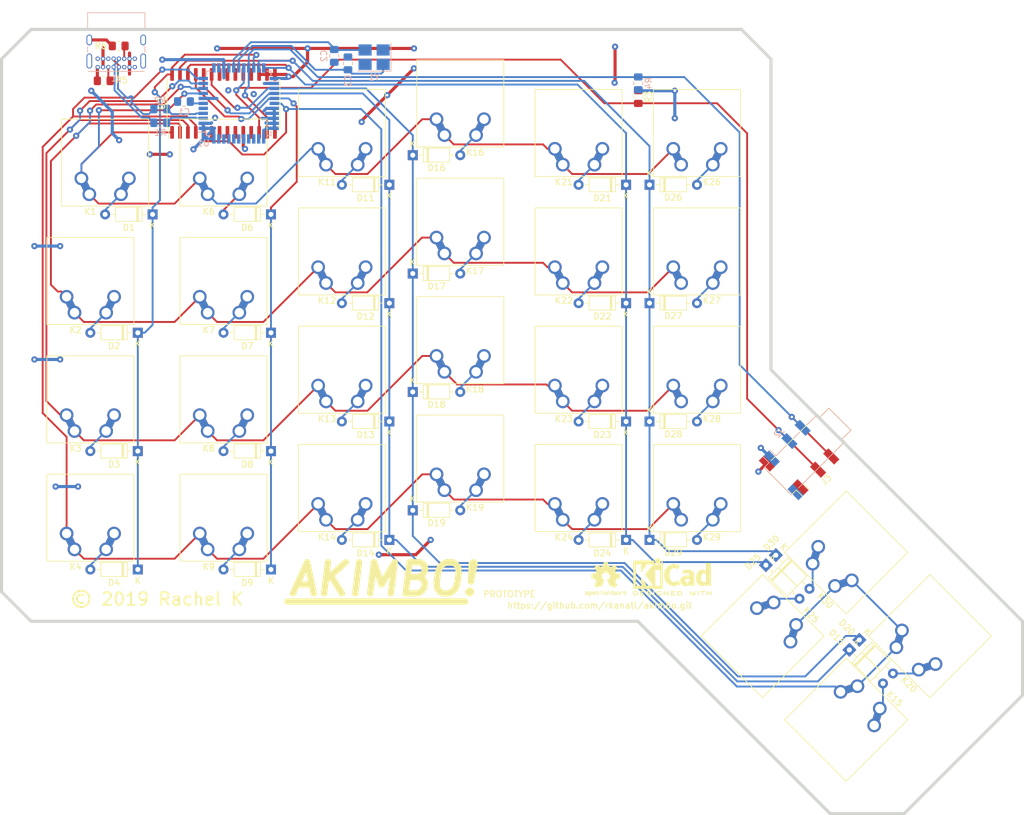
<source format=kicad_pcb>
(kicad_pcb (version 20171130) (host pcbnew 5.1.4)
  (layers (0 F.Cu signal) (31 B.Cu signal) (34 B.Paste user) (35 F.Paste user) (36 B.SilkS user) (37 F.SilkS user) (38 B.Mask user) (39 F.Mask user) (44 Edge.Cuts user))
  (net 0 "")
  (net 1 GND)
  (net 2 "Net-(C1-Pad1)")
  (net 3 +5V)
  (net 4 /col0)
  (net 5 /row0)
  (net 6 /row1)
  (net 7 /row2)
  (net 8 /row3)
  (net 9 /row4)
  (net 10 /col1)
  (net 11 /col2)
  (net 12 /col3)
  (net 13 /col4)
  (net 14 /col5)
  (net 15 "Net-(D1-Pad2)")
  (net 16 "Net-(D2-Pad2)")
  (net 17 "Net-(D3-Pad2)")
  (net 18 "Net-(D4-Pad2)")
  (net 19 "Net-(D6-Pad2)")
  (net 20 "Net-(D7-Pad2)")
  (net 21 "Net-(D8-Pad2)")
  (net 22 "Net-(D9-Pad2)")
  (net 23 "Net-(D11-Pad2)")
  (net 24 "Net-(D12-Pad2)")
  (net 25 "Net-(D13-Pad2)")
  (net 26 "Net-(D14-Pad2)")
  (net 27 "Net-(D15-Pad2)")
  (net 28 "Net-(D16-Pad2)")
  (net 29 "Net-(D17-Pad2)")
  (net 30 "Net-(D18-Pad2)")
  (net 31 "Net-(D19-Pad2)")
  (net 32 "Net-(D20-Pad2)")
  (net 33 "Net-(D21-Pad2)")
  (net 34 "Net-(D22-Pad2)")
  (net 35 "Net-(D23-Pad2)")
  (net 36 "Net-(D24-Pad2)")
  (net 37 "Net-(D25-Pad2)")
  (net 38 "Net-(D26-Pad2)")
  (net 39 "Net-(D27-Pad2)")
  (net 40 "Net-(D28-Pad2)")
  (net 41 "Net-(D29-Pad2)")
  (net 42 "Net-(D30-Pad2)")
  (net 43 /d-)
  (net 44 /d+)
  (net 45 /rd+)
  (net 46 /rd-)
  (net 47 /sda)
  (net 48 /sck)
  (net 49 "Net-(C2-Pad1)")
  (net 50 "Net-(C3-Pad1)")
  (net 51 "Net-(J1-PadB5)")
  (net 52 "Net-(J1-PadA5)")
  (module Resistor_SMD:R_0805_2012Metric_Pad1.15x1.40mm_HandSolder (layer F.Cu) (at 37.8 26.4 180)
    (fp_text reference R6 (at 2.875 0) (layer F.SilkS))
    (fp_text value 5k1)
    (pad 2 smd roundrect (at 1.025 0 180) (size 1.15 1.4) (layers F.Cu F.Paste F.Mask) (roundrect_rratio 0.217391) (net 1 GND))
    (pad 1 smd roundrect (at -1.025 0 180) (size 1.15 1.4) (layers F.Cu F.Paste F.Mask) (roundrect_rratio 0.217391) (net 51 "Net-(J1-PadB5)"))
  )
  (module Resistor_SMD:R_0805_2012Metric_Pad1.15x1.40mm_HandSolder (layer F.Cu) (at 35.4 32)
    (fp_text reference R5 (at 2.9 -0.125 -180) (layer F.SilkS))
    (fp_text value 5k1)
    (pad 2 smd roundrect (at 1.025 0) (size 1.15 1.4) (layers F.Cu F.Paste F.Mask) (roundrect_rratio 0.217391) (net 52 "Net-(J1-PadA5)"))
    (pad 1 smd roundrect (at -1.025 0) (size 1.15 1.4) (layers F.Cu F.Paste F.Mask) (roundrect_rratio 0.217391) (net 1 GND))
  )
  (module Connector_USB:USB_C_Receptacle_GCT_USB4085 (layer B.Cu) (at 34.4375 29.8)
    (fp_text reference J1 (at 2.975 1.8) (layer B.SilkS) (effects (justify mirror)))
    (fp_text value USB-C)
    (pad S1 thru_hole oval (at 7.3 -4.36) (size 0.9 1.7) (drill oval 0.6 1.4) (layers *.Cu *.Mask) (net 1 GND))
    (pad S1 thru_hole oval (at -1.35 -4.36) (size 0.9 1.7) (drill oval 0.6 1.4) (layers *.Cu *.Mask) (net 1 GND))
    (pad S1 thru_hole oval (at 7.3 -0.98) (size 0.9 2.4) (drill oval 0.6 2.1) (layers *.Cu *.Mask) (net 1 GND))
    (pad S1 thru_hole oval (at -1.35 -0.98) (size 0.9 2.4) (drill oval 0.6 2.1) (layers *.Cu *.Mask) (net 1 GND))
    (pad B6 thru_hole circle (at 3.4 -1.35) (size 0.7 0.7) (drill 0.4) (layers *.Cu *.Mask) (net 44 /d+))
    (pad B1 thru_hole circle (at 5.95 -1.35) (size 0.7 0.7) (drill 0.4) (layers *.Cu *.Mask) (net 1 GND))
    (pad B4 thru_hole circle (at 5.1 -1.35) (size 0.7 0.7) (drill 0.4) (layers *.Cu *.Mask) (net 3 +5V))
    (pad B5 thru_hole circle (at 4.25 -1.35) (size 0.7 0.7) (drill 0.4) (layers *.Cu *.Mask) (net 51 "Net-(J1-PadB5)"))
    (pad B12 thru_hole circle (at 0 -1.35) (size 0.7 0.7) (drill 0.4) (layers *.Cu *.Mask) (net 1 GND))
    (pad B8 thru_hole circle (at 1.7 -1.35) (size 0.7 0.7) (drill 0.4) (layers *.Cu *.Mask))
    (pad B7 thru_hole circle (at 2.55 -1.35) (size 0.7 0.7) (drill 0.4) (layers *.Cu *.Mask) (net 43 /d-))
    (pad B9 thru_hole circle (at 0.85 -1.35) (size 0.7 0.7) (drill 0.4) (layers *.Cu *.Mask) (net 3 +5V))
    (pad A12 thru_hole circle (at 5.95 0) (size 0.7 0.7) (drill 0.4) (layers *.Cu *.Mask) (net 1 GND))
    (pad A9 thru_hole circle (at 5.1 0) (size 0.7 0.7) (drill 0.4) (layers *.Cu *.Mask) (net 3 +5V))
    (pad A8 thru_hole circle (at 4.25 0) (size 0.7 0.7) (drill 0.4) (layers *.Cu *.Mask))
    (pad A7 thru_hole circle (at 3.4 0) (size 0.7 0.7) (drill 0.4) (layers *.Cu *.Mask) (net 43 /d-))
    (pad A6 thru_hole circle (at 2.55 0) (size 0.7 0.7) (drill 0.4) (layers *.Cu *.Mask) (net 44 /d+))
    (pad A5 thru_hole circle (at 1.7 0) (size 0.7 0.7) (drill 0.4) (layers *.Cu *.Mask) (net 52 "Net-(J1-PadA5)"))
    (pad A4 thru_hole circle (at 0.85 0) (size 0.7 0.7) (drill 0.4) (layers *.Cu *.Mask) (net 3 +5V))
    (pad A1 thru_hole circle (at 0 0) (size 0.7 0.7) (drill 0.4) (layers *.Cu *.Mask) (net 1 GND))
  )
  (module Resistor_SMD:R_0805_2012Metric_Pad1.15x1.40mm_HandSolder (layer B.Cu) (at 121.2 32.4 90)
    (fp_text reference R4 (at 0 1.65 270) (layer B.SilkS) (effects (justify mirror)))
    (fp_text value 4k7)
    (pad 2 smd roundrect (at 1.025 0 90) (size 1.15 1.4) (layers B.Cu B.Paste B.Mask) (roundrect_rratio 0.217391) (net 47 /sda))
    (pad 1 smd roundrect (at -1.025 0 90) (size 1.15 1.4) (layers B.Cu B.Paste B.Mask) (roundrect_rratio 0.217391) (net 3 +5V))
  )
  (module Resistor_SMD:R_0805_2012Metric_Pad1.15x1.40mm_HandSolder (layer F.Cu) (at 121.2 34.6 270)
    (fp_text reference R3 (at 0 -1.65 90) (layer F.SilkS))
    (fp_text value 4k7)
    (pad 2 smd roundrect (at 1.025 0 270) (size 1.15 1.4) (layers F.Cu F.Paste F.Mask) (roundrect_rratio 0.217391) (net 48 /sck))
    (pad 1 smd roundrect (at -1.025 0 270) (size 1.15 1.4) (layers F.Cu F.Paste F.Mask) (roundrect_rratio 0.217391) (net 3 +5V))
  )
  (module akimbo:SW_Cherry_MX_1.00u_PCB_Reversible (layer F.Cu) (at 149.186846 109.486022 135)
    (fp_text reference K30 (at -5.65127 -2.794 135) (layer F.SilkS))
    (fp_text value -)
    (pad 2 thru_hole custom (at -6.35 2.54 135) (size 2.2 2.2) (drill 1.5) (layers *.Cu *.Mask) (net 9 /row4) (options (clearance outline) (anchor circle)) (primitives (gr_line (start 0 0) (end 1.27 -2.54) (width 1.2))))
    (pad 1 thru_hole custom (at 1.27 2.54 135) (size 2.2 2.2) (drill 1.5) (layers *.Cu *.Mask) (net 42 "Net-(D30-Pad2)") (options (clearance outline) (anchor circle)) (primitives (gr_line (start -1.27 -2.54) (end 0 0) (width 1.2))))
    (pad 1 thru_hole circle (at 0 0 135) (size 2.2 2.2) (drill 1.5) (layers *.Cu *.Mask) (net 42 "Net-(D30-Pad2)"))
    (pad 2 thru_hole circle (at -5.08 0 135) (size 2.2 2.2) (drill 1.5) (layers *.Cu *.Mask) (net 9 /row4))
    (pad "" np_thru_hole circle (at -2.54 5.08 135) (size 4 4) (drill 4) (layers *.Cu *.Mask))
    (pad "" np_thru_hole circle (at -7.62 5.08 135) (size 1.7 1.7) (drill 1.7) (layers *.Cu *.Mask))
    (pad "" np_thru_hole circle (at 2.54 5.08 135) (size 1.7 1.7) (drill 1.7) (layers *.Cu *.Mask))
  )
  (module akimbo:SW_Cherry_MX_1.00u_PCB_Reversible (layer F.Cu) (at 128.085 102.455 180)
    (fp_text reference K29 (at -4.915 -2.794) (layer F.SilkS))
    (fp_text value -)
    (pad 2 thru_hole custom (at -6.35 2.54 180) (size 2.2 2.2) (drill 1.5) (layers *.Cu *.Mask) (net 41 "Net-(D29-Pad2)") (options (clearance outline) (anchor circle)) (primitives (gr_line (start 0 0) (end 1.27 -2.54) (width 1.2))))
    (pad 1 thru_hole custom (at 1.27 2.54 180) (size 2.2 2.2) (drill 1.5) (layers *.Cu *.Mask) (net 8 /row3) (options (clearance outline) (anchor circle)) (primitives (gr_line (start -1.27 -2.54) (end 0 0) (width 1.2))))
    (pad 1 thru_hole circle (at 0 0 180) (size 2.2 2.2) (drill 1.5) (layers *.Cu *.Mask) (net 8 /row3))
    (pad 2 thru_hole circle (at -5.08 0 180) (size 2.2 2.2) (drill 1.5) (layers *.Cu *.Mask) (net 41 "Net-(D29-Pad2)"))
    (pad "" np_thru_hole circle (at -2.54 5.08 180) (size 4 4) (drill 4) (layers *.Cu *.Mask))
    (pad "" np_thru_hole circle (at -7.62 5.08 180) (size 1.7 1.7) (drill 1.7) (layers *.Cu *.Mask))
    (pad "" np_thru_hole circle (at 2.54 5.08 180) (size 1.7 1.7) (drill 1.7) (layers *.Cu *.Mask))
  )
  (module akimbo:SW_Cherry_MX_1.00u_PCB_Reversible (layer F.Cu) (at 128.085 83.455 180)
    (fp_text reference K28 (at -4.915 -2.794) (layer F.SilkS))
    (fp_text value -)
    (pad 2 thru_hole custom (at -6.35 2.54 180) (size 2.2 2.2) (drill 1.5) (layers *.Cu *.Mask) (net 40 "Net-(D28-Pad2)") (options (clearance outline) (anchor circle)) (primitives (gr_line (start 0 0) (end 1.27 -2.54) (width 1.2))))
    (pad 1 thru_hole custom (at 1.27 2.54 180) (size 2.2 2.2) (drill 1.5) (layers *.Cu *.Mask) (net 7 /row2) (options (clearance outline) (anchor circle)) (primitives (gr_line (start -1.27 -2.54) (end 0 0) (width 1.2))))
    (pad 1 thru_hole circle (at 0 0 180) (size 2.2 2.2) (drill 1.5) (layers *.Cu *.Mask) (net 7 /row2))
    (pad 2 thru_hole circle (at -5.08 0 180) (size 2.2 2.2) (drill 1.5) (layers *.Cu *.Mask) (net 40 "Net-(D28-Pad2)"))
    (pad "" np_thru_hole circle (at -2.54 5.08 180) (size 4 4) (drill 4) (layers *.Cu *.Mask))
    (pad "" np_thru_hole circle (at -7.62 5.08 180) (size 1.7 1.7) (drill 1.7) (layers *.Cu *.Mask))
    (pad "" np_thru_hole circle (at 2.54 5.08 180) (size 1.7 1.7) (drill 1.7) (layers *.Cu *.Mask))
  )
  (module akimbo:SW_Cherry_MX_1.00u_PCB_Reversible (layer F.Cu) (at 128.085 64.455 180)
    (fp_text reference K27 (at -4.915 -2.794) (layer F.SilkS))
    (fp_text value -)
    (pad 2 thru_hole custom (at -6.35 2.54 180) (size 2.2 2.2) (drill 1.5) (layers *.Cu *.Mask) (net 39 "Net-(D27-Pad2)") (options (clearance outline) (anchor circle)) (primitives (gr_line (start 0 0) (end 1.27 -2.54) (width 1.2))))
    (pad 1 thru_hole custom (at 1.27 2.54 180) (size 2.2 2.2) (drill 1.5) (layers *.Cu *.Mask) (net 6 /row1) (options (clearance outline) (anchor circle)) (primitives (gr_line (start -1.27 -2.54) (end 0 0) (width 1.2))))
    (pad 1 thru_hole circle (at 0 0 180) (size 2.2 2.2) (drill 1.5) (layers *.Cu *.Mask) (net 6 /row1))
    (pad 2 thru_hole circle (at -5.08 0 180) (size 2.2 2.2) (drill 1.5) (layers *.Cu *.Mask) (net 39 "Net-(D27-Pad2)"))
    (pad "" np_thru_hole circle (at -2.54 5.08 180) (size 4 4) (drill 4) (layers *.Cu *.Mask))
    (pad "" np_thru_hole circle (at -7.62 5.08 180) (size 1.7 1.7) (drill 1.7) (layers *.Cu *.Mask))
    (pad "" np_thru_hole circle (at 2.54 5.08 180) (size 1.7 1.7) (drill 1.7) (layers *.Cu *.Mask))
  )
  (module akimbo:SW_Cherry_MX_1.00u_PCB_Reversible (layer F.Cu) (at 128.085 45.455 180)
    (fp_text reference K26 (at -4.915 -2.794) (layer F.SilkS))
    (fp_text value -)
    (pad 2 thru_hole custom (at -6.35 2.54 180) (size 2.2 2.2) (drill 1.5) (layers *.Cu *.Mask) (net 38 "Net-(D26-Pad2)") (options (clearance outline) (anchor circle)) (primitives (gr_line (start 0 0) (end 1.27 -2.54) (width 1.2))))
    (pad 1 thru_hole custom (at 1.27 2.54 180) (size 2.2 2.2) (drill 1.5) (layers *.Cu *.Mask) (net 5 /row0) (options (clearance outline) (anchor circle)) (primitives (gr_line (start -1.27 -2.54) (end 0 0) (width 1.2))))
    (pad 1 thru_hole circle (at 0 0 180) (size 2.2 2.2) (drill 1.5) (layers *.Cu *.Mask) (net 5 /row0))
    (pad 2 thru_hole circle (at -5.08 0 180) (size 2.2 2.2) (drill 1.5) (layers *.Cu *.Mask) (net 38 "Net-(D26-Pad2)"))
    (pad "" np_thru_hole circle (at -2.54 5.08 180) (size 4 4) (drill 4) (layers *.Cu *.Mask))
    (pad "" np_thru_hole circle (at -7.62 5.08 180) (size 1.7 1.7) (drill 1.7) (layers *.Cu *.Mask))
    (pad "" np_thru_hole circle (at 2.54 5.08 180) (size 1.7 1.7) (drill 1.7) (layers *.Cu *.Mask))
  )
  (module akimbo:SW_Cherry_MX_1.00u_PCB_Reversible (layer F.Cu) (at 146.528125 119.328949 315)
    (fp_text reference K25 (at 0.571269 -2.794 135) (layer F.SilkS))
    (fp_text value -)
    (pad 2 thru_hole custom (at -6.35 2.54 315) (size 2.2 2.2) (drill 1.5) (layers *.Cu *.Mask) (net 37 "Net-(D25-Pad2)") (options (clearance outline) (anchor circle)) (primitives (gr_line (start 0 0) (end 1.27 -2.54) (width 1.2))))
    (pad 1 thru_hole custom (at 1.27 2.54 315) (size 2.2 2.2) (drill 1.5) (layers *.Cu *.Mask) (net 9 /row4) (options (clearance outline) (anchor circle)) (primitives (gr_line (start -1.27 -2.54) (end 0 0) (width 1.2))))
    (pad 1 thru_hole circle (at 0 0 315) (size 2.2 2.2) (drill 1.5) (layers *.Cu *.Mask) (net 9 /row4))
    (pad 2 thru_hole circle (at -5.08 0 315) (size 2.2 2.2) (drill 1.5) (layers *.Cu *.Mask) (net 37 "Net-(D25-Pad2)"))
    (pad "" np_thru_hole circle (at -2.54 5.08 315) (size 4 4) (drill 4) (layers *.Cu *.Mask))
    (pad "" np_thru_hole circle (at -7.62 5.08 315) (size 1.7 1.7) (drill 1.7) (layers *.Cu *.Mask))
    (pad "" np_thru_hole circle (at 2.54 5.08 315) (size 1.7 1.7) (drill 1.7) (layers *.Cu *.Mask))
  )
  (module akimbo:SW_Cherry_MX_1.00u_PCB_Reversible (layer F.Cu) (at 109.085 102.455 180)
    (fp_text reference K24 (at -0.165 -2.794) (layer F.SilkS))
    (fp_text value -)
    (pad 2 thru_hole custom (at -6.35 2.54 180) (size 2.2 2.2) (drill 1.5) (layers *.Cu *.Mask) (net 36 "Net-(D24-Pad2)") (options (clearance outline) (anchor circle)) (primitives (gr_line (start 0 0) (end 1.27 -2.54) (width 1.2))))
    (pad 1 thru_hole custom (at 1.27 2.54 180) (size 2.2 2.2) (drill 1.5) (layers *.Cu *.Mask) (net 8 /row3) (options (clearance outline) (anchor circle)) (primitives (gr_line (start -1.27 -2.54) (end 0 0) (width 1.2))))
    (pad 1 thru_hole circle (at 0 0 180) (size 2.2 2.2) (drill 1.5) (layers *.Cu *.Mask) (net 8 /row3))
    (pad 2 thru_hole circle (at -5.08 0 180) (size 2.2 2.2) (drill 1.5) (layers *.Cu *.Mask) (net 36 "Net-(D24-Pad2)"))
    (pad "" np_thru_hole circle (at -2.54 5.08 180) (size 4 4) (drill 4) (layers *.Cu *.Mask))
    (pad "" np_thru_hole circle (at -7.62 5.08 180) (size 1.7 1.7) (drill 1.7) (layers *.Cu *.Mask))
    (pad "" np_thru_hole circle (at 2.54 5.08 180) (size 1.7 1.7) (drill 1.7) (layers *.Cu *.Mask))
  )
  (module akimbo:SW_Cherry_MX_1.00u_PCB_Reversible (layer F.Cu) (at 109.085 83.455 180)
    (fp_text reference K23 (at -0.165 -2.794) (layer F.SilkS))
    (fp_text value -)
    (pad 2 thru_hole custom (at -6.35 2.54 180) (size 2.2 2.2) (drill 1.5) (layers *.Cu *.Mask) (net 35 "Net-(D23-Pad2)") (options (clearance outline) (anchor circle)) (primitives (gr_line (start 0 0) (end 1.27 -2.54) (width 1.2))))
    (pad 1 thru_hole custom (at 1.27 2.54 180) (size 2.2 2.2) (drill 1.5) (layers *.Cu *.Mask) (net 7 /row2) (options (clearance outline) (anchor circle)) (primitives (gr_line (start -1.27 -2.54) (end 0 0) (width 1.2))))
    (pad 1 thru_hole circle (at 0 0 180) (size 2.2 2.2) (drill 1.5) (layers *.Cu *.Mask) (net 7 /row2))
    (pad 2 thru_hole circle (at -5.08 0 180) (size 2.2 2.2) (drill 1.5) (layers *.Cu *.Mask) (net 35 "Net-(D23-Pad2)"))
    (pad "" np_thru_hole circle (at -2.54 5.08 180) (size 4 4) (drill 4) (layers *.Cu *.Mask))
    (pad "" np_thru_hole circle (at -7.62 5.08 180) (size 1.7 1.7) (drill 1.7) (layers *.Cu *.Mask))
    (pad "" np_thru_hole circle (at 2.54 5.08 180) (size 1.7 1.7) (drill 1.7) (layers *.Cu *.Mask))
  )
  (module akimbo:SW_Cherry_MX_1.00u_PCB_Reversible (layer F.Cu) (at 109.085 64.455 180)
    (fp_text reference K22 (at -0.165 -2.794) (layer F.SilkS))
    (fp_text value -)
    (pad 2 thru_hole custom (at -6.35 2.54 180) (size 2.2 2.2) (drill 1.5) (layers *.Cu *.Mask) (net 34 "Net-(D22-Pad2)") (options (clearance outline) (anchor circle)) (primitives (gr_line (start 0 0) (end 1.27 -2.54) (width 1.2))))
    (pad 1 thru_hole custom (at 1.27 2.54 180) (size 2.2 2.2) (drill 1.5) (layers *.Cu *.Mask) (net 6 /row1) (options (clearance outline) (anchor circle)) (primitives (gr_line (start -1.27 -2.54) (end 0 0) (width 1.2))))
    (pad 1 thru_hole circle (at 0 0 180) (size 2.2 2.2) (drill 1.5) (layers *.Cu *.Mask) (net 6 /row1))
    (pad 2 thru_hole circle (at -5.08 0 180) (size 2.2 2.2) (drill 1.5) (layers *.Cu *.Mask) (net 34 "Net-(D22-Pad2)"))
    (pad "" np_thru_hole circle (at -2.54 5.08 180) (size 4 4) (drill 4) (layers *.Cu *.Mask))
    (pad "" np_thru_hole circle (at -7.62 5.08 180) (size 1.7 1.7) (drill 1.7) (layers *.Cu *.Mask))
    (pad "" np_thru_hole circle (at 2.54 5.08 180) (size 1.7 1.7) (drill 1.7) (layers *.Cu *.Mask))
  )
  (module akimbo:SW_Cherry_MX_1.00u_PCB_Reversible (layer F.Cu) (at 109.085 45.455 180)
    (fp_text reference K21 (at -0.165 -2.794) (layer F.SilkS))
    (fp_text value -)
    (pad 2 thru_hole custom (at -6.35 2.54 180) (size 2.2 2.2) (drill 1.5) (layers *.Cu *.Mask) (net 33 "Net-(D21-Pad2)") (options (clearance outline) (anchor circle)) (primitives (gr_line (start 0 0) (end 1.27 -2.54) (width 1.2))))
    (pad 1 thru_hole custom (at 1.27 2.54 180) (size 2.2 2.2) (drill 1.5) (layers *.Cu *.Mask) (net 5 /row0) (options (clearance outline) (anchor circle)) (primitives (gr_line (start -1.27 -2.54) (end 0 0) (width 1.2))))
    (pad 1 thru_hole circle (at 0 0 180) (size 2.2 2.2) (drill 1.5) (layers *.Cu *.Mask) (net 5 /row0))
    (pad 2 thru_hole circle (at -5.08 0 180) (size 2.2 2.2) (drill 1.5) (layers *.Cu *.Mask) (net 33 "Net-(D21-Pad2)"))
    (pad "" np_thru_hole circle (at -2.54 5.08 180) (size 4 4) (drill 4) (layers *.Cu *.Mask))
    (pad "" np_thru_hole circle (at -7.62 5.08 180) (size 1.7 1.7) (drill 1.7) (layers *.Cu *.Mask))
    (pad "" np_thru_hole circle (at 2.54 5.08 180) (size 1.7 1.7) (drill 1.7) (layers *.Cu *.Mask))
  )
  (module akimbo:SW_Cherry_MX_1.00u_PCB_Reversible (layer F.Cu) (at 162.621875 122.921051 135)
    (fp_text reference K20 (at -5.65127 -2.794 135) (layer F.SilkS))
    (fp_text value -)
    (pad 2 thru_hole custom (at -6.35 2.54 135) (size 2.2 2.2) (drill 1.5) (layers *.Cu *.Mask) (net 32 "Net-(D20-Pad2)") (options (clearance outline) (anchor circle)) (primitives (gr_line (start 0 0) (end 1.27 -2.54) (width 1.2))))
    (pad 1 thru_hole custom (at 1.27 2.54 135) (size 2.2 2.2) (drill 1.5) (layers *.Cu *.Mask) (net 9 /row4) (options (clearance outline) (anchor circle)) (primitives (gr_line (start -1.27 -2.54) (end 0 0) (width 1.2))))
    (pad 1 thru_hole circle (at 0 0 135) (size 2.2 2.2) (drill 1.5) (layers *.Cu *.Mask) (net 9 /row4))
    (pad 2 thru_hole circle (at -5.08 0 135) (size 2.2 2.2) (drill 1.5) (layers *.Cu *.Mask) (net 32 "Net-(D20-Pad2)"))
    (pad "" np_thru_hole circle (at -2.54 5.08 135) (size 4 4) (drill 4) (layers *.Cu *.Mask))
    (pad "" np_thru_hole circle (at -7.62 5.08 135) (size 1.7 1.7) (drill 1.7) (layers *.Cu *.Mask))
    (pad "" np_thru_hole circle (at 2.54 5.08 135) (size 1.7 1.7) (drill 1.7) (layers *.Cu *.Mask))
  )
  (module akimbo:SW_Cherry_MX_1.00u_PCB_Reversible (layer F.Cu) (at 90.085 97.705 180)
    (fp_text reference K19 (at -4.915 -2.794) (layer F.SilkS))
    (fp_text value -)
    (pad 2 thru_hole custom (at -6.35 2.54 180) (size 2.2 2.2) (drill 1.5) (layers *.Cu *.Mask) (net 31 "Net-(D19-Pad2)") (options (clearance outline) (anchor circle)) (primitives (gr_line (start 0 0) (end 1.27 -2.54) (width 1.2))))
    (pad 1 thru_hole custom (at 1.27 2.54 180) (size 2.2 2.2) (drill 1.5) (layers *.Cu *.Mask) (net 8 /row3) (options (clearance outline) (anchor circle)) (primitives (gr_line (start -1.27 -2.54) (end 0 0) (width 1.2))))
    (pad 1 thru_hole circle (at 0 0 180) (size 2.2 2.2) (drill 1.5) (layers *.Cu *.Mask) (net 8 /row3))
    (pad 2 thru_hole circle (at -5.08 0 180) (size 2.2 2.2) (drill 1.5) (layers *.Cu *.Mask) (net 31 "Net-(D19-Pad2)"))
    (pad "" np_thru_hole circle (at -2.54 5.08 180) (size 4 4) (drill 4) (layers *.Cu *.Mask))
    (pad "" np_thru_hole circle (at -7.62 5.08 180) (size 1.7 1.7) (drill 1.7) (layers *.Cu *.Mask))
    (pad "" np_thru_hole circle (at 2.54 5.08 180) (size 1.7 1.7) (drill 1.7) (layers *.Cu *.Mask))
  )
  (module akimbo:SW_Cherry_MX_1.00u_PCB_Reversible (layer F.Cu) (at 90.085 78.705 180)
    (fp_text reference K18 (at -4.915 -2.794) (layer F.SilkS))
    (fp_text value -)
    (pad 2 thru_hole custom (at -6.35 2.54 180) (size 2.2 2.2) (drill 1.5) (layers *.Cu *.Mask) (net 30 "Net-(D18-Pad2)") (options (clearance outline) (anchor circle)) (primitives (gr_line (start 0 0) (end 1.27 -2.54) (width 1.2))))
    (pad 1 thru_hole custom (at 1.27 2.54 180) (size 2.2 2.2) (drill 1.5) (layers *.Cu *.Mask) (net 7 /row2) (options (clearance outline) (anchor circle)) (primitives (gr_line (start -1.27 -2.54) (end 0 0) (width 1.2))))
    (pad 1 thru_hole circle (at 0 0 180) (size 2.2 2.2) (drill 1.5) (layers *.Cu *.Mask) (net 7 /row2))
    (pad 2 thru_hole circle (at -5.08 0 180) (size 2.2 2.2) (drill 1.5) (layers *.Cu *.Mask) (net 30 "Net-(D18-Pad2)"))
    (pad "" np_thru_hole circle (at -2.54 5.08 180) (size 4 4) (drill 4) (layers *.Cu *.Mask))
    (pad "" np_thru_hole circle (at -7.62 5.08 180) (size 1.7 1.7) (drill 1.7) (layers *.Cu *.Mask))
    (pad "" np_thru_hole circle (at 2.54 5.08 180) (size 1.7 1.7) (drill 1.7) (layers *.Cu *.Mask))
  )
  (module akimbo:SW_Cherry_MX_1.00u_PCB_Reversible (layer F.Cu) (at 90.085 59.705 180)
    (fp_text reference K17 (at -4.915 -2.794) (layer F.SilkS))
    (fp_text value -)
    (pad 2 thru_hole custom (at -6.35 2.54 180) (size 2.2 2.2) (drill 1.5) (layers *.Cu *.Mask) (net 29 "Net-(D17-Pad2)") (options (clearance outline) (anchor circle)) (primitives (gr_line (start 0 0) (end 1.27 -2.54) (width 1.2))))
    (pad 1 thru_hole custom (at 1.27 2.54 180) (size 2.2 2.2) (drill 1.5) (layers *.Cu *.Mask) (net 6 /row1) (options (clearance outline) (anchor circle)) (primitives (gr_line (start -1.27 -2.54) (end 0 0) (width 1.2))))
    (pad 1 thru_hole circle (at 0 0 180) (size 2.2 2.2) (drill 1.5) (layers *.Cu *.Mask) (net 6 /row1))
    (pad 2 thru_hole circle (at -5.08 0 180) (size 2.2 2.2) (drill 1.5) (layers *.Cu *.Mask) (net 29 "Net-(D17-Pad2)"))
    (pad "" np_thru_hole circle (at -2.54 5.08 180) (size 4 4) (drill 4) (layers *.Cu *.Mask))
    (pad "" np_thru_hole circle (at -7.62 5.08 180) (size 1.7 1.7) (drill 1.7) (layers *.Cu *.Mask))
    (pad "" np_thru_hole circle (at 2.54 5.08 180) (size 1.7 1.7) (drill 1.7) (layers *.Cu *.Mask))
  )
  (module akimbo:SW_Cherry_MX_1.00u_PCB_Reversible (layer F.Cu) (at 90.085 40.705 180)
    (fp_text reference K16 (at -4.915 -2.794) (layer F.SilkS))
    (fp_text value -)
    (pad 2 thru_hole custom (at -6.35 2.54 180) (size 2.2 2.2) (drill 1.5) (layers *.Cu *.Mask) (net 28 "Net-(D16-Pad2)") (options (clearance outline) (anchor circle)) (primitives (gr_line (start 0 0) (end 1.27 -2.54) (width 1.2))))
    (pad 1 thru_hole custom (at 1.27 2.54 180) (size 2.2 2.2) (drill 1.5) (layers *.Cu *.Mask) (net 5 /row0) (options (clearance outline) (anchor circle)) (primitives (gr_line (start -1.27 -2.54) (end 0 0) (width 1.2))))
    (pad 1 thru_hole circle (at 0 0 180) (size 2.2 2.2) (drill 1.5) (layers *.Cu *.Mask) (net 5 /row0))
    (pad 2 thru_hole circle (at -5.08 0 180) (size 2.2 2.2) (drill 1.5) (layers *.Cu *.Mask) (net 28 "Net-(D16-Pad2)"))
    (pad "" np_thru_hole circle (at -2.54 5.08 180) (size 4 4) (drill 4) (layers *.Cu *.Mask))
    (pad "" np_thru_hole circle (at -7.62 5.08 180) (size 1.7 1.7) (drill 1.7) (layers *.Cu *.Mask))
    (pad "" np_thru_hole circle (at 2.54 5.08 180) (size 1.7 1.7) (drill 1.7) (layers *.Cu *.Mask))
  )
  (module akimbo:SW_Cherry_MX_1.00u_PCB_Reversible (layer F.Cu) (at 159.963154 132.763978 315)
    (fp_text reference K15 (at 0.571269 -2.794 135) (layer F.SilkS))
    (fp_text value -)
    (pad 2 thru_hole custom (at -6.35 2.54 315) (size 2.2 2.2) (drill 1.5) (layers *.Cu *.Mask) (net 9 /row4) (options (clearance outline) (anchor circle)) (primitives (gr_line (start 0 0) (end 1.27 -2.54) (width 1.2))))
    (pad 1 thru_hole custom (at 1.27 2.54 315) (size 2.2 2.2) (drill 1.5) (layers *.Cu *.Mask) (net 27 "Net-(D15-Pad2)") (options (clearance outline) (anchor circle)) (primitives (gr_line (start -1.27 -2.54) (end 0 0) (width 1.2))))
    (pad 1 thru_hole circle (at 0 0 315) (size 2.2 2.2) (drill 1.5) (layers *.Cu *.Mask) (net 27 "Net-(D15-Pad2)"))
    (pad 2 thru_hole circle (at -5.08 0 315) (size 2.2 2.2) (drill 1.5) (layers *.Cu *.Mask) (net 9 /row4))
    (pad "" np_thru_hole circle (at -2.54 5.08 315) (size 4 4) (drill 4) (layers *.Cu *.Mask))
    (pad "" np_thru_hole circle (at -7.62 5.08 315) (size 1.7 1.7) (drill 1.7) (layers *.Cu *.Mask))
    (pad "" np_thru_hole circle (at 2.54 5.08 315) (size 1.7 1.7) (drill 1.7) (layers *.Cu *.Mask))
  )
  (module akimbo:SW_Cherry_MX_1.00u_PCB_Reversible (layer F.Cu) (at 71.085 102.455 180)
    (fp_text reference K14 (at -0.165 -2.794) (layer F.SilkS))
    (fp_text value -)
    (pad 2 thru_hole custom (at -6.35 2.54 180) (size 2.2 2.2) (drill 1.5) (layers *.Cu *.Mask) (net 26 "Net-(D14-Pad2)") (options (clearance outline) (anchor circle)) (primitives (gr_line (start 0 0) (end 1.27 -2.54) (width 1.2))))
    (pad 1 thru_hole custom (at 1.27 2.54 180) (size 2.2 2.2) (drill 1.5) (layers *.Cu *.Mask) (net 8 /row3) (options (clearance outline) (anchor circle)) (primitives (gr_line (start -1.27 -2.54) (end 0 0) (width 1.2))))
    (pad 1 thru_hole circle (at 0 0 180) (size 2.2 2.2) (drill 1.5) (layers *.Cu *.Mask) (net 8 /row3))
    (pad 2 thru_hole circle (at -5.08 0 180) (size 2.2 2.2) (drill 1.5) (layers *.Cu *.Mask) (net 26 "Net-(D14-Pad2)"))
    (pad "" np_thru_hole circle (at -2.54 5.08 180) (size 4 4) (drill 4) (layers *.Cu *.Mask))
    (pad "" np_thru_hole circle (at -7.62 5.08 180) (size 1.7 1.7) (drill 1.7) (layers *.Cu *.Mask))
    (pad "" np_thru_hole circle (at 2.54 5.08 180) (size 1.7 1.7) (drill 1.7) (layers *.Cu *.Mask))
  )
  (module akimbo:SW_Cherry_MX_1.00u_PCB_Reversible (layer F.Cu) (at 71.085 83.455 180)
    (fp_text reference K13 (at -0.165 -2.794) (layer F.SilkS))
    (fp_text value -)
    (pad 2 thru_hole custom (at -6.35 2.54 180) (size 2.2 2.2) (drill 1.5) (layers *.Cu *.Mask) (net 25 "Net-(D13-Pad2)") (options (clearance outline) (anchor circle)) (primitives (gr_line (start 0 0) (end 1.27 -2.54) (width 1.2))))
    (pad 1 thru_hole custom (at 1.27 2.54 180) (size 2.2 2.2) (drill 1.5) (layers *.Cu *.Mask) (net 7 /row2) (options (clearance outline) (anchor circle)) (primitives (gr_line (start -1.27 -2.54) (end 0 0) (width 1.2))))
    (pad 1 thru_hole circle (at 0 0 180) (size 2.2 2.2) (drill 1.5) (layers *.Cu *.Mask) (net 7 /row2))
    (pad 2 thru_hole circle (at -5.08 0 180) (size 2.2 2.2) (drill 1.5) (layers *.Cu *.Mask) (net 25 "Net-(D13-Pad2)"))
    (pad "" np_thru_hole circle (at -2.54 5.08 180) (size 4 4) (drill 4) (layers *.Cu *.Mask))
    (pad "" np_thru_hole circle (at -7.62 5.08 180) (size 1.7 1.7) (drill 1.7) (layers *.Cu *.Mask))
    (pad "" np_thru_hole circle (at 2.54 5.08 180) (size 1.7 1.7) (drill 1.7) (layers *.Cu *.Mask))
  )
  (module akimbo:SW_Cherry_MX_1.00u_PCB_Reversible (layer F.Cu) (at 71.085 64.455 180)
    (fp_text reference K12 (at -0.165 -2.794) (layer F.SilkS))
    (fp_text value -)
    (pad 2 thru_hole custom (at -6.35 2.54 180) (size 2.2 2.2) (drill 1.5) (layers *.Cu *.Mask) (net 24 "Net-(D12-Pad2)") (options (clearance outline) (anchor circle)) (primitives (gr_line (start 0 0) (end 1.27 -2.54) (width 1.2))))
    (pad 1 thru_hole custom (at 1.27 2.54 180) (size 2.2 2.2) (drill 1.5) (layers *.Cu *.Mask) (net 6 /row1) (options (clearance outline) (anchor circle)) (primitives (gr_line (start -1.27 -2.54) (end 0 0) (width 1.2))))
    (pad 1 thru_hole circle (at 0 0 180) (size 2.2 2.2) (drill 1.5) (layers *.Cu *.Mask) (net 6 /row1))
    (pad 2 thru_hole circle (at -5.08 0 180) (size 2.2 2.2) (drill 1.5) (layers *.Cu *.Mask) (net 24 "Net-(D12-Pad2)"))
    (pad "" np_thru_hole circle (at -2.54 5.08 180) (size 4 4) (drill 4) (layers *.Cu *.Mask))
    (pad "" np_thru_hole circle (at -7.62 5.08 180) (size 1.7 1.7) (drill 1.7) (layers *.Cu *.Mask))
    (pad "" np_thru_hole circle (at 2.54 5.08 180) (size 1.7 1.7) (drill 1.7) (layers *.Cu *.Mask))
  )
  (module akimbo:SW_Cherry_MX_1.00u_PCB_Reversible (layer F.Cu) (at 71.085 45.455 180)
    (fp_text reference K11 (at -0.165 -2.794) (layer F.SilkS))
    (fp_text value -)
    (pad 2 thru_hole custom (at -6.35 2.54 180) (size 2.2 2.2) (drill 1.5) (layers *.Cu *.Mask) (net 23 "Net-(D11-Pad2)") (options (clearance outline) (anchor circle)) (primitives (gr_line (start 0 0) (end 1.27 -2.54) (width 1.2))))
    (pad 1 thru_hole custom (at 1.27 2.54 180) (size 2.2 2.2) (drill 1.5) (layers *.Cu *.Mask) (net 5 /row0) (options (clearance outline) (anchor circle)) (primitives (gr_line (start -1.27 -2.54) (end 0 0) (width 1.2))))
    (pad 1 thru_hole circle (at 0 0 180) (size 2.2 2.2) (drill 1.5) (layers *.Cu *.Mask) (net 5 /row0))
    (pad 2 thru_hole circle (at -5.08 0 180) (size 2.2 2.2) (drill 1.5) (layers *.Cu *.Mask) (net 23 "Net-(D11-Pad2)"))
    (pad "" np_thru_hole circle (at -2.54 5.08 180) (size 4 4) (drill 4) (layers *.Cu *.Mask))
    (pad "" np_thru_hole circle (at -7.62 5.08 180) (size 1.7 1.7) (drill 1.7) (layers *.Cu *.Mask))
    (pad "" np_thru_hole circle (at 2.54 5.08 180) (size 1.7 1.7) (drill 1.7) (layers *.Cu *.Mask))
  )
  (module akimbo:SW_Cherry_MX_1.00u_PCB_Reversible (layer F.Cu) (at 52.085 107.205 180)
    (fp_text reference K9 (at -0.165 -2.794) (layer F.SilkS))
    (fp_text value -)
    (pad 2 thru_hole custom (at -6.35 2.54 180) (size 2.2 2.2) (drill 1.5) (layers *.Cu *.Mask) (net 22 "Net-(D9-Pad2)") (options (clearance outline) (anchor circle)) (primitives (gr_line (start 0 0) (end 1.27 -2.54) (width 1.2))))
    (pad 1 thru_hole custom (at 1.27 2.54 180) (size 2.2 2.2) (drill 1.5) (layers *.Cu *.Mask) (net 8 /row3) (options (clearance outline) (anchor circle)) (primitives (gr_line (start -1.27 -2.54) (end 0 0) (width 1.2))))
    (pad 1 thru_hole circle (at 0 0 180) (size 2.2 2.2) (drill 1.5) (layers *.Cu *.Mask) (net 8 /row3))
    (pad 2 thru_hole circle (at -5.08 0 180) (size 2.2 2.2) (drill 1.5) (layers *.Cu *.Mask) (net 22 "Net-(D9-Pad2)"))
    (pad "" np_thru_hole circle (at -2.54 5.08 180) (size 4 4) (drill 4) (layers *.Cu *.Mask))
    (pad "" np_thru_hole circle (at -7.62 5.08 180) (size 1.7 1.7) (drill 1.7) (layers *.Cu *.Mask))
    (pad "" np_thru_hole circle (at 2.54 5.08 180) (size 1.7 1.7) (drill 1.7) (layers *.Cu *.Mask))
  )
  (module akimbo:SW_Cherry_MX_1.00u_PCB_Reversible (layer F.Cu) (at 52.085 88.205 180)
    (fp_text reference K8 (at -0.165 -2.794) (layer F.SilkS))
    (fp_text value -)
    (pad 2 thru_hole custom (at -6.35 2.54 180) (size 2.2 2.2) (drill 1.5) (layers *.Cu *.Mask) (net 21 "Net-(D8-Pad2)") (options (clearance outline) (anchor circle)) (primitives (gr_line (start 0 0) (end 1.27 -2.54) (width 1.2))))
    (pad 1 thru_hole custom (at 1.27 2.54 180) (size 2.2 2.2) (drill 1.5) (layers *.Cu *.Mask) (net 7 /row2) (options (clearance outline) (anchor circle)) (primitives (gr_line (start -1.27 -2.54) (end 0 0) (width 1.2))))
    (pad 1 thru_hole circle (at 0 0 180) (size 2.2 2.2) (drill 1.5) (layers *.Cu *.Mask) (net 7 /row2))
    (pad 2 thru_hole circle (at -5.08 0 180) (size 2.2 2.2) (drill 1.5) (layers *.Cu *.Mask) (net 21 "Net-(D8-Pad2)"))
    (pad "" np_thru_hole circle (at -2.54 5.08 180) (size 4 4) (drill 4) (layers *.Cu *.Mask))
    (pad "" np_thru_hole circle (at -7.62 5.08 180) (size 1.7 1.7) (drill 1.7) (layers *.Cu *.Mask))
    (pad "" np_thru_hole circle (at 2.54 5.08 180) (size 1.7 1.7) (drill 1.7) (layers *.Cu *.Mask))
  )
  (module akimbo:SW_Cherry_MX_1.00u_PCB_Reversible (layer F.Cu) (at 52.085 69.205 180)
    (fp_text reference K7 (at -0.165 -2.794) (layer F.SilkS))
    (fp_text value -)
    (pad 2 thru_hole custom (at -6.35 2.54 180) (size 2.2 2.2) (drill 1.5) (layers *.Cu *.Mask) (net 20 "Net-(D7-Pad2)") (options (clearance outline) (anchor circle)) (primitives (gr_line (start 0 0) (end 1.27 -2.54) (width 1.2))))
    (pad 1 thru_hole custom (at 1.27 2.54 180) (size 2.2 2.2) (drill 1.5) (layers *.Cu *.Mask) (net 6 /row1) (options (clearance outline) (anchor circle)) (primitives (gr_line (start -1.27 -2.54) (end 0 0) (width 1.2))))
    (pad 1 thru_hole circle (at 0 0 180) (size 2.2 2.2) (drill 1.5) (layers *.Cu *.Mask) (net 6 /row1))
    (pad 2 thru_hole circle (at -5.08 0 180) (size 2.2 2.2) (drill 1.5) (layers *.Cu *.Mask) (net 20 "Net-(D7-Pad2)"))
    (pad "" np_thru_hole circle (at -2.54 5.08 180) (size 4 4) (drill 4) (layers *.Cu *.Mask))
    (pad "" np_thru_hole circle (at -7.62 5.08 180) (size 1.7 1.7) (drill 1.7) (layers *.Cu *.Mask))
    (pad "" np_thru_hole circle (at 2.54 5.08 180) (size 1.7 1.7) (drill 1.7) (layers *.Cu *.Mask))
  )
  (module akimbo:SW_Cherry_MX_1.00u_PCB_Reversible (layer F.Cu) (at 52.085 50.205 180)
    (fp_text reference K6 (at -0.165 -2.794) (layer F.SilkS))
    (fp_text value -)
    (pad 2 thru_hole custom (at -6.35 2.54 180) (size 2.2 2.2) (drill 1.5) (layers *.Cu *.Mask) (net 19 "Net-(D6-Pad2)") (options (clearance outline) (anchor circle)) (primitives (gr_line (start 0 0) (end 1.27 -2.54) (width 1.2))))
    (pad 1 thru_hole custom (at 1.27 2.54 180) (size 2.2 2.2) (drill 1.5) (layers *.Cu *.Mask) (net 5 /row0) (options (clearance outline) (anchor circle)) (primitives (gr_line (start -1.27 -2.54) (end 0 0) (width 1.2))))
    (pad 1 thru_hole circle (at 0 0 180) (size 2.2 2.2) (drill 1.5) (layers *.Cu *.Mask) (net 5 /row0))
    (pad 2 thru_hole circle (at -5.08 0 180) (size 2.2 2.2) (drill 1.5) (layers *.Cu *.Mask) (net 19 "Net-(D6-Pad2)"))
    (pad "" np_thru_hole circle (at -2.54 5.08 180) (size 4 4) (drill 4) (layers *.Cu *.Mask))
    (pad "" np_thru_hole circle (at -7.62 5.08 180) (size 1.7 1.7) (drill 1.7) (layers *.Cu *.Mask))
    (pad "" np_thru_hole circle (at 2.54 5.08 180) (size 1.7 1.7) (drill 1.7) (layers *.Cu *.Mask))
  )
  (module akimbo:SW_Cherry_MX_1.25u_PCB_Reversible (layer F.Cu) (at 30.71 107.205 180)
    (fp_text reference K4 (at -0.165 -2.794) (layer F.SilkS))
    (fp_text value -)
    (pad 1 thru_hole circle (at 0 0 180) (size 2.2 2.2) (drill 1.5) (layers *.Cu *.Mask) (net 8 /row3))
    (pad 2 thru_hole circle (at -5.08 0 180) (size 2.2 2.2) (drill 1.5) (layers *.Cu *.Mask) (net 18 "Net-(D4-Pad2)"))
    (pad 2 thru_hole custom (at -6.35 2.54 180) (size 2.2 2.2) (drill 1.5) (layers *.Cu *.Mask) (net 18 "Net-(D4-Pad2)") (options (clearance outline) (anchor circle)) (primitives (gr_line (start 0 0) (end 1.27 -2.54) (width 1.2))))
    (pad 1 thru_hole custom (at 1.27 2.54 180) (size 2.2 2.2) (drill 1.5) (layers *.Cu *.Mask) (net 8 /row3) (options (clearance outline) (anchor circle)) (primitives (gr_line (start -1.27 -2.54) (end 0 0) (width 1.2))))
    (pad "" np_thru_hole circle (at -2.54 5.08 180) (size 4 4) (drill 4) (layers *.Cu *.Mask))
    (pad "" np_thru_hole circle (at -7.62 5.08 180) (size 1.7 1.7) (drill 1.7) (layers *.Cu *.Mask))
    (pad "" np_thru_hole circle (at 2.54 5.08 180) (size 1.7 1.7) (drill 1.7) (layers *.Cu *.Mask))
  )
  (module akimbo:SW_Cherry_MX_1.25u_PCB_Reversible (layer F.Cu) (at 30.71 88.205 180)
    (fp_text reference K3 (at -0.165 -2.794) (layer F.SilkS))
    (fp_text value -)
    (pad 1 thru_hole circle (at 0 0 180) (size 2.2 2.2) (drill 1.5) (layers *.Cu *.Mask) (net 7 /row2))
    (pad 2 thru_hole circle (at -5.08 0 180) (size 2.2 2.2) (drill 1.5) (layers *.Cu *.Mask) (net 17 "Net-(D3-Pad2)"))
    (pad 2 thru_hole custom (at -6.35 2.54 180) (size 2.2 2.2) (drill 1.5) (layers *.Cu *.Mask) (net 17 "Net-(D3-Pad2)") (options (clearance outline) (anchor circle)) (primitives (gr_line (start 0 0) (end 1.27 -2.54) (width 1.2))))
    (pad 1 thru_hole custom (at 1.27 2.54 180) (size 2.2 2.2) (drill 1.5) (layers *.Cu *.Mask) (net 7 /row2) (options (clearance outline) (anchor circle)) (primitives (gr_line (start -1.27 -2.54) (end 0 0) (width 1.2))))
    (pad "" np_thru_hole circle (at -2.54 5.08 180) (size 4 4) (drill 4) (layers *.Cu *.Mask))
    (pad "" np_thru_hole circle (at -7.62 5.08 180) (size 1.7 1.7) (drill 1.7) (layers *.Cu *.Mask))
    (pad "" np_thru_hole circle (at 2.54 5.08 180) (size 1.7 1.7) (drill 1.7) (layers *.Cu *.Mask))
  )
  (module akimbo:SW_Cherry_MX_1.25u_PCB_Reversible (layer F.Cu) (at 30.71 69.205 180)
    (fp_text reference K2 (at -0.165 -2.794) (layer F.SilkS))
    (fp_text value -)
    (pad 1 thru_hole circle (at 0 0 180) (size 2.2 2.2) (drill 1.5) (layers *.Cu *.Mask) (net 6 /row1))
    (pad 2 thru_hole circle (at -5.08 0 180) (size 2.2 2.2) (drill 1.5) (layers *.Cu *.Mask) (net 16 "Net-(D2-Pad2)"))
    (pad 2 thru_hole custom (at -6.35 2.54 180) (size 2.2 2.2) (drill 1.5) (layers *.Cu *.Mask) (net 16 "Net-(D2-Pad2)") (options (clearance outline) (anchor circle)) (primitives (gr_line (start 0 0) (end 1.27 -2.54) (width 1.2))))
    (pad 1 thru_hole custom (at 1.27 2.54 180) (size 2.2 2.2) (drill 1.5) (layers *.Cu *.Mask) (net 6 /row1) (options (clearance outline) (anchor circle)) (primitives (gr_line (start -1.27 -2.54) (end 0 0) (width 1.2))))
    (pad "" np_thru_hole circle (at -2.54 5.08 180) (size 4 4) (drill 4) (layers *.Cu *.Mask))
    (pad "" np_thru_hole circle (at -7.62 5.08 180) (size 1.7 1.7) (drill 1.7) (layers *.Cu *.Mask))
    (pad "" np_thru_hole circle (at 2.54 5.08 180) (size 1.7 1.7) (drill 1.7) (layers *.Cu *.Mask))
  )
  (module akimbo:SW_Cherry_MX_1.00u_PCB_Reversible (layer F.Cu) (at 33.085 50.205 180)
    (fp_text reference K1 (at -0.165 -2.794) (layer F.SilkS))
    (fp_text value -)
    (pad 2 thru_hole custom (at -6.35 2.54 180) (size 2.2 2.2) (drill 1.5) (layers *.Cu *.Mask) (net 15 "Net-(D1-Pad2)") (options (clearance outline) (anchor circle)) (primitives (gr_line (start 0 0) (end 1.27 -2.54) (width 1.2))))
    (pad 1 thru_hole custom (at 1.27 2.54 180) (size 2.2 2.2) (drill 1.5) (layers *.Cu *.Mask) (net 5 /row0) (options (clearance outline) (anchor circle)) (primitives (gr_line (start -1.27 -2.54) (end 0 0) (width 1.2))))
    (pad 1 thru_hole circle (at 0 0 180) (size 2.2 2.2) (drill 1.5) (layers *.Cu *.Mask) (net 5 /row0))
    (pad 2 thru_hole circle (at -5.08 0 180) (size 2.2 2.2) (drill 1.5) (layers *.Cu *.Mask) (net 15 "Net-(D1-Pad2)"))
    (pad "" np_thru_hole circle (at -2.54 5.08 180) (size 4 4) (drill 4) (layers *.Cu *.Mask))
    (pad "" np_thru_hole circle (at -7.62 5.08 180) (size 1.7 1.7) (drill 1.7) (layers *.Cu *.Mask))
    (pad "" np_thru_hole circle (at 2.54 5.08 180) (size 1.7 1.7) (drill 1.7) (layers *.Cu *.Mask))
  )
  (module Symbol:OSHW-Logo2_7.3x6mm_SilkScreen (layer F.Cu) (at 115.9875 112)
    (fp_text reference REF** hide)
    (fp_text value OSHW-Logo2_7.3x6mm_SilkScreen hide)
  )
  (module Symbol:KiCad-Logo2_5mm_SilkScreen (layer F.Cu) (at 126.675 111.6125)
    (fp_text reference REF** hide)
    (fp_text value KiCad-Logo2_5mm_SilkScreen hide)
  )
  (module Crystal:Crystal_SMD_3225-4Pin_3.2x2.5mm_HandSoldering (layer B.Cu) (at 78.8 28.2 180)
    (fp_text reference Y1 (at 0 -3.2) (layer B.SilkS) (effects (justify mirror)))
    (fp_text value 16M)
    (pad 4 smd rect (at -1.45 1.15 180) (size 2.1 1.8) (layers B.Cu B.Paste B.Mask) (net 1 GND))
    (pad 3 smd rect (at 1.45 1.15 180) (size 2.1 1.8) (layers B.Cu B.Paste B.Mask) (net 49 "Net-(C2-Pad1)"))
    (pad 2 smd rect (at 1.45 -1.15 180) (size 2.1 1.8) (layers B.Cu B.Paste B.Mask) (net 1 GND))
    (pad 1 smd rect (at -1.45 -1.15 180) (size 2.1 1.8) (layers B.Cu B.Paste B.Mask) (net 50 "Net-(C3-Pad1)"))
  )
  (module Capacitor_SMD:C_0805_2012Metric_Pad1.15x1.40mm_HandSolder (layer B.Cu) (at 74.6 29.2 90)
    (fp_text reference C3 (at -2.8 0 270) (layer B.SilkS) (effects (justify mirror)))
    (fp_text value 18p)
    (pad 2 smd roundrect (at 1.025 0 90) (size 1.15 1.4) (layers B.Cu B.Paste B.Mask) (roundrect_rratio 0.217391) (net 1 GND))
    (pad 1 smd roundrect (at -1.025 0 90) (size 1.15 1.4) (layers B.Cu B.Paste B.Mask) (roundrect_rratio 0.217391) (net 50 "Net-(C3-Pad1)"))
  )
  (module Capacitor_SMD:C_0805_2012Metric_Pad1.15x1.40mm_HandSolder (layer B.Cu) (at 72.4 28 270)
    (fp_text reference C2 (at 0 1.65 90) (layer B.SilkS) (effects (justify mirror)))
    (fp_text value 18p)
    (pad 2 smd roundrect (at 1.025 0 270) (size 1.15 1.4) (layers B.Cu B.Paste B.Mask) (roundrect_rratio 0.217391) (net 1 GND))
    (pad 1 smd roundrect (at -1.025 0 270) (size 1.15 1.4) (layers B.Cu B.Paste B.Mask) (roundrect_rratio 0.217391) (net 49 "Net-(C2-Pad1)"))
  )
  (module MountingHole:MountingHole_3.2mm_M3 (layer F.Cu) (at 171 137.75)
    (fp_text reference H4 hide)
    (fp_text value MountingHole)
    (pad 1 np_thru_hole circle (at 0 0) (size 3.2 3.2) (drill 3.2) (layers *.Cu *.Mask))
  )
  (module MountingHole:MountingHole_3.2mm_M3 (layer F.Cu) (at 136.5625 27.3125)
    (fp_text reference H3 hide)
    (fp_text value MountingHole)
    (pad 1 np_thru_hole circle (at 0 0) (size 3.2 3.2) (drill 3.2) (layers *.Cu *.Mask))
  )
  (module MountingHole:MountingHole_3.2mm_M3 (layer F.Cu) (at 24.9375 115.1875)
    (fp_text reference H2 hide)
    (fp_text value MountingHole)
    (pad 1 np_thru_hole circle (at 0 0) (size 3.2 3.2) (drill 3.2) (layers *.Cu *.Mask))
  )
  (module MountingHole:MountingHole_3.2mm_M3 (layer F.Cu) (at 24.9375 27.3125)
    (fp_text reference H1 hide)
    (fp_text value MountingHole)
    (pad 1 np_thru_hole circle (at 0 0) (size 3.2 3.2) (drill 3.2) (layers *.Cu *.Mask))
  )
  (module Connector_Audio:Jack_3.5mm_PJ320D_Horizontal (layer F.Cu) (at 147.635813 92.239187 225)
    (fp_text reference J3 (at 0.05 -5.35 45) (layer F.SilkS))
    (fp_text value "3.5mm TRRS")
    (pad "" np_thru_hole circle (at 2.225 0 225) (size 1.5 1.5) (drill 1.5) (layers *.Cu *.Mask))
    (pad "" np_thru_hole circle (at -4.775 0 225) (size 1.5 1.5) (drill 1.5) (layers *.Cu *.Mask))
    (pad R2 smd rect (at -3.175 -3.25 225) (size 1.2 2.5) (layers F.Cu F.Paste F.Mask) (net 47 /sda))
    (pad R1 smd rect (at -0.175 -3.25 225) (size 1.2 2.5) (layers F.Cu F.Paste F.Mask) (net 48 /sck))
    (pad T smd rect (at 3.825 -3.25 225) (size 1.2 2.5) (layers F.Cu F.Paste F.Mask) (net 3 +5V))
    (pad S smd rect (at 4.925 3.25 225) (size 1.2 2.5) (layers F.Cu F.Paste F.Mask) (net 1 GND))
  )
  (module Connector_Audio:Jack_3.5mm_PJ320D_Horizontal (layer B.Cu) (at 147.635813 92.239187 225)
    (fp_text reference J2 (at 0.05 5.35 45) (layer B.SilkS) (effects (justify mirror)))
    (fp_text value "3.5mm TRRS")
    (pad "" np_thru_hole circle (at 2.225 0 225) (size 1.5 1.5) (drill 1.5) (layers *.Cu *.Mask))
    (pad "" np_thru_hole circle (at -4.775 0 225) (size 1.5 1.5) (drill 1.5) (layers *.Cu *.Mask))
    (pad R2 smd rect (at -3.175 3.25 225) (size 1.2 2.5) (layers B.Cu B.Paste B.Mask) (net 47 /sda))
    (pad R1 smd rect (at -0.175 3.25 225) (size 1.2 2.5) (layers B.Cu B.Paste B.Mask) (net 48 /sck))
    (pad T smd rect (at 3.825 3.25 225) (size 1.2 2.5) (layers B.Cu B.Paste B.Mask) (net 3 +5V))
    (pad S smd rect (at 4.925 -3.25 225) (size 1.2 2.5) (layers B.Cu B.Paste B.Mask) (net 1 GND))
  )
  (module Package_QFP:TQFP-44_10x10mm_P0.8mm (layer B.Cu) (at 57.075 35.625)
    (fp_text reference U1 (at -5.675 6.375) (layer B.SilkS) (effects (justify mirror)))
    (fp_text value ATmega32U4)
    (pad 44 smd rect (at -4 5.7 270) (size 1.5 0.55) (layers B.Cu B.Paste B.Mask) (net 3 +5V))
    (pad 43 smd rect (at -3.2 5.7 270) (size 1.5 0.55) (layers B.Cu B.Paste B.Mask) (net 1 GND))
    (pad 42 smd rect (at -2.4 5.7 270) (size 1.5 0.55) (layers B.Cu B.Paste B.Mask))
    (pad 41 smd rect (at -1.6 5.7 270) (size 1.5 0.55) (layers B.Cu B.Paste B.Mask) (net 1 GND))
    (pad 40 smd rect (at -0.8 5.7 270) (size 1.5 0.55) (layers B.Cu B.Paste B.Mask) (net 1 GND))
    (pad 39 smd rect (at 0 5.7 270) (size 1.5 0.55) (layers B.Cu B.Paste B.Mask) (net 1 GND))
    (pad 38 smd rect (at 0.8 5.7 270) (size 1.5 0.55) (layers B.Cu B.Paste B.Mask) (net 1 GND))
    (pad 37 smd rect (at 1.6 5.7 270) (size 1.5 0.55) (layers B.Cu B.Paste B.Mask) (net 1 GND))
    (pad 36 smd rect (at 2.4 5.7 270) (size 1.5 0.55) (layers B.Cu B.Paste B.Mask) (net 1 GND))
    (pad 35 smd rect (at 3.2 5.7 270) (size 1.5 0.55) (layers B.Cu B.Paste B.Mask) (net 1 GND))
    (pad 34 smd rect (at 4 5.7 270) (size 1.5 0.55) (layers B.Cu B.Paste B.Mask) (net 3 +5V))
    (pad 33 smd rect (at 5.7 4) (size 1.5 0.55) (layers B.Cu B.Paste B.Mask) (net 3 +5V))
    (pad 32 smd rect (at 5.7 3.2) (size 1.5 0.55) (layers B.Cu B.Paste B.Mask) (net 3 +5V))
    (pad 31 smd rect (at 5.7 2.4) (size 1.5 0.55) (layers B.Cu B.Paste B.Mask) (net 3 +5V))
    (pad 30 smd rect (at 5.7 1.6) (size 1.5 0.55) (layers B.Cu B.Paste B.Mask) (net 3 +5V))
    (pad 29 smd rect (at 5.7 0.8) (size 1.5 0.55) (layers B.Cu B.Paste B.Mask) (net 3 +5V))
    (pad 28 smd rect (at 5.7 0) (size 1.5 0.55) (layers B.Cu B.Paste B.Mask) (net 9 /row4))
    (pad 27 smd rect (at 5.7 -0.8) (size 1.5 0.55) (layers B.Cu B.Paste B.Mask) (net 10 /col1))
    (pad 26 smd rect (at 5.7 -1.6) (size 1.5 0.55) (layers B.Cu B.Paste B.Mask) (net 11 /col2))
    (pad 25 smd rect (at 5.7 -2.4) (size 1.5 0.55) (layers B.Cu B.Paste B.Mask) (net 12 /col3))
    (pad 24 smd rect (at 5.7 -3.2) (size 1.5 0.55) (layers B.Cu B.Paste B.Mask) (net 3 +5V))
    (pad 23 smd rect (at 5.7 -4) (size 1.5 0.55) (layers B.Cu B.Paste B.Mask) (net 1 GND))
    (pad 22 smd rect (at 4 -5.7 270) (size 1.5 0.55) (layers B.Cu B.Paste B.Mask) (net 13 /col4))
    (pad 21 smd rect (at 3.2 -5.7 270) (size 1.5 0.55) (layers B.Cu B.Paste B.Mask) (net 14 /col5))
    (pad 20 smd rect (at 2.4 -5.7 270) (size 1.5 0.55) (layers B.Cu B.Paste B.Mask) (net 4 /col0))
    (pad 19 smd rect (at 1.6 -5.7 270) (size 1.5 0.55) (layers B.Cu B.Paste B.Mask) (net 47 /sda))
    (pad 18 smd rect (at 0.8 -5.7 270) (size 1.5 0.55) (layers B.Cu B.Paste B.Mask) (net 48 /sck))
    (pad 17 smd rect (at 0 -5.7 270) (size 1.5 0.55) (layers B.Cu B.Paste B.Mask) (net 50 "Net-(C3-Pad1)"))
    (pad 16 smd rect (at -0.8 -5.7 270) (size 1.5 0.55) (layers B.Cu B.Paste B.Mask) (net 49 "Net-(C2-Pad1)"))
    (pad 15 smd rect (at -1.6 -5.7 270) (size 1.5 0.55) (layers B.Cu B.Paste B.Mask) (net 1 GND))
    (pad 14 smd rect (at -2.4 -5.7 270) (size 1.5 0.55) (layers B.Cu B.Paste B.Mask) (net 3 +5V))
    (pad 13 smd rect (at -3.2 -5.7 270) (size 1.5 0.55) (layers B.Cu B.Paste B.Mask))
    (pad 12 smd rect (at -4 -5.7 270) (size 1.5 0.55) (layers B.Cu B.Paste B.Mask))
    (pad 11 smd rect (at -5.7 -4) (size 1.5 0.55) (layers B.Cu B.Paste B.Mask) (net 8 /row3))
    (pad 10 smd rect (at -5.7 -3.2) (size 1.5 0.55) (layers B.Cu B.Paste B.Mask) (net 7 /row2))
    (pad 9 smd rect (at -5.7 -2.4) (size 1.5 0.55) (layers B.Cu B.Paste B.Mask) (net 6 /row1))
    (pad 8 smd rect (at -5.7 -1.6) (size 1.5 0.55) (layers B.Cu B.Paste B.Mask) (net 5 /row0))
    (pad 7 smd rect (at -5.7 -0.8) (size 1.5 0.55) (layers B.Cu B.Paste B.Mask) (net 3 +5V))
    (pad 6 smd rect (at -5.7 0) (size 1.5 0.55) (layers B.Cu B.Paste B.Mask) (net 2 "Net-(C1-Pad1)"))
    (pad 5 smd rect (at -5.7 0.8) (size 1.5 0.55) (layers B.Cu B.Paste B.Mask) (net 1 GND))
    (pad 4 smd rect (at -5.7 1.6) (size 1.5 0.55) (layers B.Cu B.Paste B.Mask) (net 46 /rd-))
    (pad 3 smd rect (at -5.7 2.4) (size 1.5 0.55) (layers B.Cu B.Paste B.Mask) (net 45 /rd+))
    (pad 2 smd rect (at -5.7 3.2) (size 1.5 0.55) (layers B.Cu B.Paste B.Mask) (net 3 +5V))
    (pad 1 smd rect (at -5.7 4) (size 1.5 0.55) (layers B.Cu B.Paste B.Mask) (net 3 +5V))
  )
  (module Package_SO:SOIC-28W_7.5x17.9mm_P1.27mm (layer F.Cu) (at 54.625 35.625 90)
    (fp_text reference U2 (at 0 -9.9 90) (layer F.SilkS))
    (fp_text value MCP23017_SO)
    (pad 28 smd roundrect (at 4.65 -8.255 90) (size 2.05 0.6) (layers F.Cu F.Paste F.Mask) (net 4 /col0))
    (pad 27 smd roundrect (at 4.65 -6.985 90) (size 2.05 0.6) (layers F.Cu F.Paste F.Mask) (net 14 /col5))
    (pad 26 smd roundrect (at 4.65 -5.715 90) (size 2.05 0.6) (layers F.Cu F.Paste F.Mask) (net 13 /col4))
    (pad 25 smd roundrect (at 4.65 -4.445 90) (size 2.05 0.6) (layers F.Cu F.Paste F.Mask) (net 10 /col1))
    (pad 24 smd roundrect (at 4.65 -3.175 90) (size 2.05 0.6) (layers F.Cu F.Paste F.Mask) (net 11 /col2))
    (pad 23 smd roundrect (at 4.65 -1.905 90) (size 2.05 0.6) (layers F.Cu F.Paste F.Mask) (net 12 /col3))
    (pad 22 smd roundrect (at 4.65 -0.635 90) (size 2.05 0.6) (layers F.Cu F.Paste F.Mask))
    (pad 21 smd roundrect (at 4.65 0.635 90) (size 2.05 0.6) (layers F.Cu F.Paste F.Mask))
    (pad 20 smd roundrect (at 4.65 1.905 90) (size 2.05 0.6) (layers F.Cu F.Paste F.Mask))
    (pad 19 smd roundrect (at 4.65 3.175 90) (size 2.05 0.6) (layers F.Cu F.Paste F.Mask))
    (pad 18 smd roundrect (at 4.65 4.445 90) (size 2.05 0.6) (layers F.Cu F.Paste F.Mask) (net 3 +5V))
    (pad 17 smd roundrect (at 4.65 5.715 90) (size 2.05 0.6) (layers F.Cu F.Paste F.Mask) (net 1 GND))
    (pad 16 smd roundrect (at 4.65 6.985 90) (size 2.05 0.6) (layers F.Cu F.Paste F.Mask) (net 1 GND))
    (pad 15 smd roundrect (at 4.65 8.255 90) (size 2.05 0.6) (layers F.Cu F.Paste F.Mask) (net 1 GND))
    (pad 14 smd roundrect (at -4.65 8.255 90) (size 2.05 0.6) (layers F.Cu F.Paste F.Mask))
    (pad 13 smd roundrect (at -4.65 6.985 90) (size 2.05 0.6) (layers F.Cu F.Paste F.Mask) (net 47 /sda))
    (pad 12 smd roundrect (at -4.65 5.715 90) (size 2.05 0.6) (layers F.Cu F.Paste F.Mask) (net 48 /sck))
    (pad 11 smd roundrect (at -4.65 4.445 90) (size 2.05 0.6) (layers F.Cu F.Paste F.Mask))
    (pad 10 smd roundrect (at -4.65 3.175 90) (size 2.05 0.6) (layers F.Cu F.Paste F.Mask) (net 1 GND))
    (pad 9 smd roundrect (at -4.65 1.905 90) (size 2.05 0.6) (layers F.Cu F.Paste F.Mask) (net 3 +5V))
    (pad 8 smd roundrect (at -4.65 0.635 90) (size 2.05 0.6) (layers F.Cu F.Paste F.Mask))
    (pad 7 smd roundrect (at -4.65 -0.635 90) (size 2.05 0.6) (layers F.Cu F.Paste F.Mask))
    (pad 6 smd roundrect (at -4.65 -1.905 90) (size 2.05 0.6) (layers F.Cu F.Paste F.Mask))
    (pad 5 smd roundrect (at -4.65 -3.175 90) (size 2.05 0.6) (layers F.Cu F.Paste F.Mask) (net 9 /row4))
    (pad 4 smd roundrect (at -4.65 -4.445 90) (size 2.05 0.6) (layers F.Cu F.Paste F.Mask) (net 8 /row3))
    (pad 3 smd roundrect (at -4.65 -5.715 90) (size 2.05 0.6) (layers F.Cu F.Paste F.Mask) (net 7 /row2))
    (pad 2 smd roundrect (at -4.65 -6.985 90) (size 2.05 0.6) (layers F.Cu F.Paste F.Mask) (net 6 /row1))
    (pad 1 smd roundrect (at -4.65 -8.255 90) (size 2.05 0.6) (layers F.Cu F.Paste F.Mask) (net 5 /row0))
  )
  (module Resistor_SMD:R_0805_2012Metric_Pad1.15x1.40mm_HandSolder (layer B.Cu) (at 44.475 36.525 180)
    (fp_text reference R2 (at 0 1.4) (layer B.SilkS) (effects (justify mirror)))
    (fp_text value 22)
    (pad 2 smd roundrect (at 1.025 0 180) (size 1.15 1.4) (layers B.Cu B.Paste B.Mask) (roundrect_rratio 0.217391) (net 43 /d-))
    (pad 1 smd roundrect (at -1.025 0 180) (size 1.15 1.4) (layers B.Cu B.Paste B.Mask) (roundrect_rratio 0.217391) (net 46 /rd-))
  )
  (module Resistor_SMD:R_0805_2012Metric_Pad1.15x1.40mm_HandSolder (layer B.Cu) (at 44.475 38.725 180)
    (fp_text reference R1 (at 0 -1.6) (layer B.SilkS) (effects (justify mirror)))
    (fp_text value 22)
    (pad 2 smd roundrect (at 1.025 0 180) (size 1.15 1.4) (layers B.Cu B.Paste B.Mask) (roundrect_rratio 0.217391) (net 44 /d+))
    (pad 1 smd roundrect (at -1.025 0 180) (size 1.15 1.4) (layers B.Cu B.Paste B.Mask) (roundrect_rratio 0.217391) (net 45 /rd+))
  )
  (module Capacitor_SMD:C_0805_2012Metric_Pad1.15x1.40mm_HandSolder (layer B.Cu) (at 48.275 35.325 180)
    (fp_text reference C1 (at 0 -1.675) (layer B.SilkS) (effects (justify mirror)))
    (fp_text value 1u)
    (pad 2 smd roundrect (at 1.025 0 180) (size 1.15 1.4) (layers B.Cu B.Paste B.Mask) (roundrect_rratio 0.217391) (net 1 GND))
    (pad 1 smd roundrect (at -1.025 0 180) (size 1.15 1.4) (layers B.Cu B.Paste B.Mask) (roundrect_rratio 0.217391) (net 2 "Net-(C1-Pad1)"))
  )
  (module Diode_THT:D_DO-35_SOD27_P7.62mm_Horizontal (layer F.Cu) (at 143.286846 108.136846 315)
    (fp_text reference D30 (at -1.85523 -0.883883 225) (layer F.SilkS))
    (fp_text value D_Small)
    (fp_text user K (at 0 -1.8 135) (layer F.SilkS))
    (pad 2 thru_hole oval (at 7.62 0 315) (size 1.6 1.6) (drill 0.8) (layers *.Cu *.Mask) (net 42 "Net-(D30-Pad2)"))
    (pad 1 thru_hole rect (at 0 0 315) (size 1.6 1.6) (drill 0.8) (layers *.Cu *.Mask) (net 14 /col5))
  )
  (module Diode_THT:D_DO-35_SOD27_P7.62mm_Horizontal (layer F.Cu) (at 123.005 105.6875)
    (fp_text reference D29 (at 3.81 2.03) (layer F.SilkS))
    (fp_text value D_Small)
    (fp_text user K (at 0 -1.8) (layer F.SilkS))
    (pad 2 thru_hole oval (at 7.62 0) (size 1.6 1.6) (drill 0.8) (layers *.Cu *.Mask) (net 41 "Net-(D29-Pad2)"))
    (pad 1 thru_hole rect (at 0 0) (size 1.6 1.6) (drill 0.8) (layers *.Cu *.Mask) (net 14 /col5))
  )
  (module Diode_THT:D_DO-35_SOD27_P7.62mm_Horizontal (layer F.Cu) (at 123.005 86.6875)
    (fp_text reference D28 (at 3.81 2.03) (layer F.SilkS))
    (fp_text value D_Small)
    (fp_text user K (at 0 -1.8) (layer F.SilkS))
    (pad 2 thru_hole oval (at 7.62 0) (size 1.6 1.6) (drill 0.8) (layers *.Cu *.Mask) (net 40 "Net-(D28-Pad2)"))
    (pad 1 thru_hole rect (at 0 0) (size 1.6 1.6) (drill 0.8) (layers *.Cu *.Mask) (net 14 /col5))
  )
  (module Diode_THT:D_DO-35_SOD27_P7.62mm_Horizontal (layer F.Cu) (at 123.005 67.6875)
    (fp_text reference D27 (at 3.81 2.03) (layer F.SilkS))
    (fp_text value D_Small)
    (fp_text user K (at 0 -1.8) (layer F.SilkS))
    (pad 2 thru_hole oval (at 7.62 0) (size 1.6 1.6) (drill 0.8) (layers *.Cu *.Mask) (net 39 "Net-(D27-Pad2)"))
    (pad 1 thru_hole rect (at 0 0) (size 1.6 1.6) (drill 0.8) (layers *.Cu *.Mask) (net 14 /col5))
  )
  (module Diode_THT:D_DO-35_SOD27_P7.62mm_Horizontal (layer F.Cu) (at 123.005 48.6875)
    (fp_text reference D26 (at 3.81 2.03) (layer F.SilkS))
    (fp_text value D_Small)
    (fp_text user K (at 0 -1.8) (layer F.SilkS))
    (pad 2 thru_hole oval (at 7.62 0) (size 1.6 1.6) (drill 0.8) (layers *.Cu *.Mask) (net 38 "Net-(D26-Pad2)"))
    (pad 1 thru_hole rect (at 0 0) (size 1.6 1.6) (drill 0.8) (layers *.Cu *.Mask) (net 14 /col5))
  )
  (module Diode_THT:D_DO-35_SOD27_P7.62mm_Horizontal (layer F.Cu) (at 141.686846 109.736846 315)
    (fp_text reference D25 (at -1.85523 1.096016 225) (layer F.SilkS))
    (fp_text value D_Small)
    (fp_text user K (at 0 -1.8 135) (layer F.SilkS))
    (pad 2 thru_hole oval (at 7.62 0 315) (size 1.6 1.6) (drill 0.8) (layers *.Cu *.Mask) (net 37 "Net-(D25-Pad2)"))
    (pad 1 thru_hole rect (at 0 0 315) (size 1.6 1.6) (drill 0.8) (layers *.Cu *.Mask) (net 13 /col4))
  )
  (module Diode_THT:D_DO-35_SOD27_P7.62mm_Horizontal (layer F.Cu) (at 119.245 105.6875 180)
    (fp_text reference D24 (at 3.81 -2.12) (layer F.SilkS))
    (fp_text value D_Small)
    (fp_text user K (at 0 -1.8) (layer F.SilkS))
    (pad 2 thru_hole oval (at 7.62 0 180) (size 1.6 1.6) (drill 0.8) (layers *.Cu *.Mask) (net 36 "Net-(D24-Pad2)"))
    (pad 1 thru_hole rect (at 0 0 180) (size 1.6 1.6) (drill 0.8) (layers *.Cu *.Mask) (net 13 /col4))
  )
  (module Diode_THT:D_DO-35_SOD27_P7.62mm_Horizontal (layer F.Cu) (at 119.245 86.6875 180)
    (fp_text reference D23 (at 3.81 -2.12) (layer F.SilkS))
    (fp_text value D_Small)
    (fp_text user K (at 0 -1.8) (layer F.SilkS))
    (pad 2 thru_hole oval (at 7.62 0 180) (size 1.6 1.6) (drill 0.8) (layers *.Cu *.Mask) (net 35 "Net-(D23-Pad2)"))
    (pad 1 thru_hole rect (at 0 0 180) (size 1.6 1.6) (drill 0.8) (layers *.Cu *.Mask) (net 13 /col4))
  )
  (module Diode_THT:D_DO-35_SOD27_P7.62mm_Horizontal (layer F.Cu) (at 119.245 67.6875 180)
    (fp_text reference D22 (at 3.81 -2.12) (layer F.SilkS))
    (fp_text value D_Small)
    (fp_text user K (at 0 -1.8) (layer F.SilkS))
    (pad 2 thru_hole oval (at 7.62 0 180) (size 1.6 1.6) (drill 0.8) (layers *.Cu *.Mask) (net 34 "Net-(D22-Pad2)"))
    (pad 1 thru_hole rect (at 0 0 180) (size 1.6 1.6) (drill 0.8) (layers *.Cu *.Mask) (net 13 /col4))
  )
  (module Diode_THT:D_DO-35_SOD27_P7.62mm_Horizontal (layer F.Cu) (at 119.245 48.6875 180)
    (fp_text reference D21 (at 3.81 -2.12) (layer F.SilkS))
    (fp_text value D_Small)
    (fp_text user K (at 0 -1.8) (layer F.SilkS))
    (pad 2 thru_hole oval (at 7.62 0 180) (size 1.6 1.6) (drill 0.8) (layers *.Cu *.Mask) (net 33 "Net-(D21-Pad2)"))
    (pad 1 thru_hole rect (at 0 0 180) (size 1.6 1.6) (drill 0.8) (layers *.Cu *.Mask) (net 13 /col4))
  )
  (module Diode_THT:D_DO-35_SOD27_P7.62mm_Horizontal (layer F.Cu) (at 156.686846 121.736846 315)
    (fp_text reference D20 (at -2.836804 0.00132 135) (layer F.SilkS))
    (fp_text value D_Small)
    (fp_text user K (at 0 -1.8 135) (layer F.SilkS))
    (pad 2 thru_hole oval (at 7.62 0 315) (size 1.6 1.6) (drill 0.8) (layers *.Cu *.Mask) (net 32 "Net-(D20-Pad2)"))
    (pad 1 thru_hole rect (at 0 0 315) (size 1.6 1.6) (drill 0.8) (layers *.Cu *.Mask) (net 12 /col3))
  )
  (module Diode_THT:D_DO-35_SOD27_P7.62mm_Horizontal (layer F.Cu) (at 85.005 100.9375)
    (fp_text reference D19 (at 3.81 2.03) (layer F.SilkS))
    (fp_text value D_Small)
    (fp_text user K (at 0 -1.8) (layer F.SilkS))
    (pad 2 thru_hole oval (at 7.62 0) (size 1.6 1.6) (drill 0.8) (layers *.Cu *.Mask) (net 31 "Net-(D19-Pad2)"))
    (pad 1 thru_hole rect (at 0 0) (size 1.6 1.6) (drill 0.8) (layers *.Cu *.Mask) (net 12 /col3))
  )
  (module Diode_THT:D_DO-35_SOD27_P7.62mm_Horizontal (layer F.Cu) (at 85.005 81.9375)
    (fp_text reference D18 (at 3.81 2.03) (layer F.SilkS))
    (fp_text value D_Small)
    (fp_text user K (at 0 -1.8) (layer F.SilkS))
    (pad 2 thru_hole oval (at 7.62 0) (size 1.6 1.6) (drill 0.8) (layers *.Cu *.Mask) (net 30 "Net-(D18-Pad2)"))
    (pad 1 thru_hole rect (at 0 0) (size 1.6 1.6) (drill 0.8) (layers *.Cu *.Mask) (net 12 /col3))
  )
  (module Diode_THT:D_DO-35_SOD27_P7.62mm_Horizontal (layer F.Cu) (at 85.005 62.9375)
    (fp_text reference D17 (at 3.81 2.03) (layer F.SilkS))
    (fp_text value D_Small)
    (fp_text user K (at 0 -1.8) (layer F.SilkS))
    (pad 2 thru_hole oval (at 7.62 0) (size 1.6 1.6) (drill 0.8) (layers *.Cu *.Mask) (net 29 "Net-(D17-Pad2)"))
    (pad 1 thru_hole rect (at 0 0) (size 1.6 1.6) (drill 0.8) (layers *.Cu *.Mask) (net 12 /col3))
  )
  (module Diode_THT:D_DO-35_SOD27_P7.62mm_Horizontal (layer F.Cu) (at 85.005 43.9375)
    (fp_text reference D16 (at 3.81 2.03) (layer F.SilkS))
    (fp_text value D_Small)
    (fp_text user K (at 0 -1.8) (layer F.SilkS))
    (pad 2 thru_hole oval (at 7.62 0) (size 1.6 1.6) (drill 0.8) (layers *.Cu *.Mask) (net 28 "Net-(D16-Pad2)"))
    (pad 1 thru_hole rect (at 0 0) (size 1.6 1.6) (drill 0.8) (layers *.Cu *.Mask) (net 12 /col3))
  )
  (module Diode_THT:D_DO-35_SOD27_P7.62mm_Horizontal (layer F.Cu) (at 155.086846 123.336846 315)
    (fp_text reference D15 (at -2.836804 0.00132 135) (layer F.SilkS))
    (fp_text value D_Small)
    (fp_text user K (at 0 -1.8 135) (layer F.SilkS))
    (pad 2 thru_hole oval (at 7.62 0 315) (size 1.6 1.6) (drill 0.8) (layers *.Cu *.Mask) (net 27 "Net-(D15-Pad2)"))
    (pad 1 thru_hole rect (at 0 0 315) (size 1.6 1.6) (drill 0.8) (layers *.Cu *.Mask) (net 11 /col2))
  )
  (module Diode_THT:D_DO-35_SOD27_P7.62mm_Horizontal (layer F.Cu) (at 81.245 105.6875 180)
    (fp_text reference D14 (at 3.81 -2.12) (layer F.SilkS))
    (fp_text value D_Small)
    (fp_text user K (at 0 -1.8) (layer F.SilkS))
    (pad 2 thru_hole oval (at 7.62 0 180) (size 1.6 1.6) (drill 0.8) (layers *.Cu *.Mask) (net 26 "Net-(D14-Pad2)"))
    (pad 1 thru_hole rect (at 0 0 180) (size 1.6 1.6) (drill 0.8) (layers *.Cu *.Mask) (net 11 /col2))
  )
  (module Diode_THT:D_DO-35_SOD27_P7.62mm_Horizontal (layer F.Cu) (at 81.245 86.6875 180)
    (fp_text reference D13 (at 3.81 -2.12) (layer F.SilkS))
    (fp_text value D_Small)
    (fp_text user K (at 0 -1.8) (layer F.SilkS))
    (pad 2 thru_hole oval (at 7.62 0 180) (size 1.6 1.6) (drill 0.8) (layers *.Cu *.Mask) (net 25 "Net-(D13-Pad2)"))
    (pad 1 thru_hole rect (at 0 0 180) (size 1.6 1.6) (drill 0.8) (layers *.Cu *.Mask) (net 11 /col2))
  )
  (module Diode_THT:D_DO-35_SOD27_P7.62mm_Horizontal (layer F.Cu) (at 81.245 67.6875 180)
    (fp_text reference D12 (at 3.81 -2.12) (layer F.SilkS))
    (fp_text value D_Small)
    (fp_text user K (at 0 -1.8) (layer F.SilkS))
    (pad 2 thru_hole oval (at 7.62 0 180) (size 1.6 1.6) (drill 0.8) (layers *.Cu *.Mask) (net 24 "Net-(D12-Pad2)"))
    (pad 1 thru_hole rect (at 0 0 180) (size 1.6 1.6) (drill 0.8) (layers *.Cu *.Mask) (net 11 /col2))
  )
  (module Diode_THT:D_DO-35_SOD27_P7.62mm_Horizontal (layer F.Cu) (at 81.245 48.6875 180)
    (fp_text reference D11 (at 3.81 -2.12) (layer F.SilkS))
    (fp_text value D_Small)
    (fp_text user K (at 0 -1.8) (layer F.SilkS))
    (pad 2 thru_hole oval (at 7.62 0 180) (size 1.6 1.6) (drill 0.8) (layers *.Cu *.Mask) (net 23 "Net-(D11-Pad2)"))
    (pad 1 thru_hole rect (at 0 0 180) (size 1.6 1.6) (drill 0.8) (layers *.Cu *.Mask) (net 11 /col2))
  )
  (module Diode_THT:D_DO-35_SOD27_P7.62mm_Horizontal (layer F.Cu) (at 62.245 110.4375 180)
    (fp_text reference D9 (at 3.81 -2.12) (layer F.SilkS))
    (fp_text value D_Small)
    (fp_text user K (at 0 -1.8) (layer F.SilkS))
    (pad 2 thru_hole oval (at 7.62 0 180) (size 1.6 1.6) (drill 0.8) (layers *.Cu *.Mask) (net 22 "Net-(D9-Pad2)"))
    (pad 1 thru_hole rect (at 0 0 180) (size 1.6 1.6) (drill 0.8) (layers *.Cu *.Mask) (net 10 /col1))
  )
  (module Diode_THT:D_DO-35_SOD27_P7.62mm_Horizontal (layer F.Cu) (at 62.245 91.4375 180)
    (fp_text reference D8 (at 3.81 -2.12) (layer F.SilkS))
    (fp_text value D_Small)
    (fp_text user K (at 0 -1.8) (layer F.SilkS))
    (pad 2 thru_hole oval (at 7.62 0 180) (size 1.6 1.6) (drill 0.8) (layers *.Cu *.Mask) (net 21 "Net-(D8-Pad2)"))
    (pad 1 thru_hole rect (at 0 0 180) (size 1.6 1.6) (drill 0.8) (layers *.Cu *.Mask) (net 10 /col1))
  )
  (module Diode_THT:D_DO-35_SOD27_P7.62mm_Horizontal (layer F.Cu) (at 62.245 72.4375 180)
    (fp_text reference D7 (at 3.81 -2.12) (layer F.SilkS))
    (fp_text value D_Small)
    (fp_text user K (at 0 -1.8) (layer F.SilkS))
    (pad 2 thru_hole oval (at 7.62 0 180) (size 1.6 1.6) (drill 0.8) (layers *.Cu *.Mask) (net 20 "Net-(D7-Pad2)"))
    (pad 1 thru_hole rect (at 0 0 180) (size 1.6 1.6) (drill 0.8) (layers *.Cu *.Mask) (net 10 /col1))
  )
  (module Diode_THT:D_DO-35_SOD27_P7.62mm_Horizontal (layer F.Cu) (at 62.245 53.4375 180)
    (fp_text reference D6 (at 3.81 -2.12) (layer F.SilkS))
    (fp_text value D_Small)
    (fp_text user K (at 0 -1.8) (layer F.SilkS))
    (pad 2 thru_hole oval (at 7.62 0 180) (size 1.6 1.6) (drill 0.8) (layers *.Cu *.Mask) (net 19 "Net-(D6-Pad2)"))
    (pad 1 thru_hole rect (at 0 0 180) (size 1.6 1.6) (drill 0.8) (layers *.Cu *.Mask) (net 10 /col1))
  )
  (module Diode_THT:D_DO-35_SOD27_P7.62mm_Horizontal (layer F.Cu) (at 40.87 110.4375 180)
    (fp_text reference D4 (at 3.81 -2.12) (layer F.SilkS))
    (fp_text value D_Small)
    (fp_text user K (at 0 -1.8) (layer F.SilkS))
    (pad 2 thru_hole oval (at 7.62 0 180) (size 1.6 1.6) (drill 0.8) (layers *.Cu *.Mask) (net 18 "Net-(D4-Pad2)"))
    (pad 1 thru_hole rect (at 0 0 180) (size 1.6 1.6) (drill 0.8) (layers *.Cu *.Mask) (net 4 /col0))
  )
  (module Diode_THT:D_DO-35_SOD27_P7.62mm_Horizontal (layer F.Cu) (at 40.87 91.4375 180)
    (fp_text reference D3 (at 3.81 -2.12) (layer F.SilkS))
    (fp_text value D_Small)
    (fp_text user K (at 0 -1.8) (layer F.SilkS))
    (pad 2 thru_hole oval (at 7.62 0 180) (size 1.6 1.6) (drill 0.8) (layers *.Cu *.Mask) (net 17 "Net-(D3-Pad2)"))
    (pad 1 thru_hole rect (at 0 0 180) (size 1.6 1.6) (drill 0.8) (layers *.Cu *.Mask) (net 4 /col0))
  )
  (module Diode_THT:D_DO-35_SOD27_P7.62mm_Horizontal (layer F.Cu) (at 40.87 72.4375 180)
    (fp_text reference D2 (at 3.81 -2.12) (layer F.SilkS))
    (fp_text value D_Small)
    (fp_text user K (at 0 -1.8) (layer F.SilkS))
    (pad 2 thru_hole oval (at 7.62 0 180) (size 1.6 1.6) (drill 0.8) (layers *.Cu *.Mask) (net 16 "Net-(D2-Pad2)"))
    (pad 1 thru_hole rect (at 0 0 180) (size 1.6 1.6) (drill 0.8) (layers *.Cu *.Mask) (net 4 /col0))
  )
  (module Diode_THT:D_DO-35_SOD27_P7.62mm_Horizontal (layer F.Cu) (at 43.245 53.4375 180)
    (fp_text reference D1 (at 3.81 -2.12) (layer F.SilkS))
    (fp_text value D_Small)
    (fp_text user K (at 0 -1.8) (layer F.SilkS))
    (pad 2 thru_hole oval (at 7.62 0 180) (size 1.6 1.6) (drill 0.8) (layers *.Cu *.Mask) (net 15 "Net-(D1-Pad2)"))
    (pad 1 thru_hole rect (at 0 0 180) (size 1.6 1.6) (drill 0.8) (layers *.Cu *.Mask) (net 4 /col0))
  )
  (gr_text https://github.com/rkanati/akimbo.git (at 115 116.2) (layer F.SilkS) (effects (font (size 1 1))))
  (gr_line (start 64.8875 115.575) (end 93.3875 115.575) (layer F.SilkS) (width 1))
  (gr_text PROTOTYPE (at 100.5125 114.3875) (layer F.SilkS) (effects (font (size 1 1))))
  (gr_text "© 2019 Rachel K" (at 43.9375 115.1875) (layer F.SilkS) (effects (font (size 2 2) (thickness 0.3))))
  (gr_text AKIMBO! (at 80.325 112.0125) (layer F.SilkS) (effects (font (size 5 5) (thickness 1) italic)))
  (gr_line (start 19 114) (end 23.75 118.75) (layer Edge.Cuts) (width 0.5))
  (gr_line (start 23.75 23.75) (end 19 28.5) (layer Edge.Cuts) (width 0.5))
  (gr_line (start 142.5 28.5) (end 137.75 23.75) (layer Edge.Cuts) (width 0.5))
  (gr_line (start 142.5 78.375) (end 142.5 28.5) (layer Edge.Cuts) (width 0.5))
  (gr_line (start 182.875 118.75) (end 142.5 78.375) (layer Edge.Cuts) (width 0.5))
  (gr_line (start 182.875 130.625) (end 182.875 118.75) (layer Edge.Cuts) (width 0.5))
  (gr_line (start 163.875 149.625) (end 182.875 130.625) (layer Edge.Cuts) (width 0.5))
  (gr_line (start 152 149.625) (end 163.875 149.625) (layer Edge.Cuts) (width 0.5))
  (gr_line (start 121.125 118.75) (end 152 149.625) (layer Edge.Cuts) (width 0.5))
  (gr_line (start 23.75 118.75) (end 121.125 118.75) (layer Edge.Cuts) (width 0.5))
  (gr_line (start 19 28.5) (end 19 114) (layer Edge.Cuts) (width 0.5))
  (gr_line (start 137.75 23.75) (end 23.75 23.75) (layer Edge.Cuts) (width 0.5))
  (segment (start 141.855215 93.423591) (end 141.776409 93.423591) (width 0.5) (layer F.Cu) (net 1))
  (segment (start 60.34 30.975) (end 61.61 30.975) (width 0.5) (layer F.Cu) (net 1))
  (segment (start 61.61 30.975) (end 62.88 30.975) (width 0.5) (layer F.Cu) (net 1))
  (via (at 65.075 31.325) (size 1) (drill 0.4) (layers F.Cu B.Cu) (net 1))
  (segment (start 62.88 30.975) (end 64.725 30.975) (width 0.5) (layer F.Cu) (net 1))
  (segment (start 64.725 30.975) (end 65.075 31.325) (width 0.5) (layer F.Cu) (net 1))
  (segment (start 64.775 31.625) (end 65.075 31.325) (width 0.5) (layer B.Cu) (net 1))
  (segment (start 62.775 31.625) (end 64.775 31.625) (width 0.5) (layer B.Cu) (net 1))
  (segment (start 57.8 40.275) (end 57.8 42.65) (width 0.5) (layer F.Cu) (net 1))
  (via (at 58.075 42.925) (size 1) (drill 0.4) (layers F.Cu B.Cu) (net 1))
  (segment (start 57.8 42.65) (end 58.075 42.925) (width 0.5) (layer F.Cu) (net 1))
  (segment (start 76.8 38.4) (end 76.8 38.6) (width 0.5) (layer F.Cu) (net 1))
  (segment (start 65.782106 31.325) (end 65.075 31.325) (width 0.5) (layer F.Cu) (net 1))
  (via (at 76.8 38.6) (size 1) (drill 0.4) (layers F.Cu B.Cu) (net 1))
  (segment (start 68.116924 28.990182) (end 65.782106 31.325) (width 0.5) (layer F.Cu) (net 1))
  (segment (start 80.900002 34.299998) (end 76.8 38.4) (width 0.5) (layer F.Cu) (net 1))
  (segment (start 117.475 32.22501) (end 117.4 32.30001) (width 0.5) (layer F.Cu) (net 1))
  (segment (start 68.116924 26.8) (end 68.116924 28.990182) (width 0.5) (layer F.Cu) (net 1))
  (via (at 80.900002 34.299998) (size 1) (drill 0.4) (layers F.Cu B.Cu) (net 1))
  (via (at 117.4 32.30001) (size 1) (drill 0.4) (layers F.Cu B.Cu) (net 1))
  (via (at 68.116924 26.8) (size 1) (drill 0.4) (layers F.Cu B.Cu) (net 1))
  (segment (start 68.116924 26.8) (end 85.2 26.8) (width 0.5) (layer F.Cu) (net 1))
  (segment (start 46 43.8) (end 42.799992 43.8) (width 0.5) (layer F.Cu) (net 1))
  (segment (start 68.116924 26.8) (end 53.6 26.8) (width 0.5) (layer F.Cu) (net 1))
  (segment (start 85.2 30) (end 80.900002 34.299998) (width 0.5) (layer F.Cu) (net 1))
  (segment (start 117.475 26.525) (end 117.475 32.22501) (width 0.5) (layer F.Cu) (net 1))
  (segment (start 85.5 108.0625) (end 79.5625 108.0625) (width 0.5) (layer F.Cu) (net 1))
  (segment (start 87.875 105.6875) (end 85.5 108.0625) (width 0.5) (layer F.Cu) (net 1))
  (segment (start 141.776409 93.423591) (end 140.475 94.725) (width 0.5) (layer F.Cu) (net 1))
  (via (at 85.2 26.8) (size 1) (drill 0.4) (layers F.Cu B.Cu) (net 1))
  (via (at 42.799992 43.8) (size 1) (drill 0.4) (layers F.Cu B.Cu) (net 1))
  (via (at 46 43.8) (size 1) (drill 0.4) (layers F.Cu B.Cu) (net 1))
  (via (at 53.6 26.8) (size 1) (drill 0.4) (layers F.Cu B.Cu) (net 1))
  (via (at 85.2 30) (size 1) (drill 0.4) (layers F.Cu B.Cu) (net 1))
  (via (at 79.5625 108.0625) (size 1) (drill 0.4) (layers F.Cu B.Cu) (net 1))
  (via (at 87.875 105.6875) (size 1) (drill 0.4) (layers F.Cu B.Cu) (net 1))
  (via (at 117.475 26.525) (size 1) (drill 0.4) (layers F.Cu B.Cu) (net 1))
  (via (at 140.475 94.725) (size 1) (drill 0.4) (layers F.Cu B.Cu) (net 1))
  (segment (start 80.269606 108.0625) (end 79.5625 108.0625) (width 0.5) (layer F.Cu) (net 1))
  (segment (start 35.815 25.44) (end 33.0875 25.44) (width 0.5) (layer F.Cu) (net 1))
  (segment (start 36.775 26.4) (end 35.815 25.44) (width 0.5) (layer F.Cu) (net 1))
  (segment (start 34.375 29.8625) (end 34.4375 29.8) (width 0.5) (layer F.Cu) (net 1))
  (segment (start 34.375 32) (end 34.375 29.8625) (width 0.5) (layer F.Cu) (net 1))
  (segment (start 49.4 35.625) (end 49.3 35.525) (width 0.3) (layer B.Cu) (net 2))
  (segment (start 51.375 35.625) (end 49.4 35.625) (width 0.3) (layer B.Cu) (net 2))
  (segment (start 142.633033 92.645773) (end 142.595773 92.645773) (width 0.5) (layer B.Cu) (net 3))
  (segment (start 52.625 38.825) (end 52.725 38.725) (width 0.5) (layer B.Cu) (net 3))
  (segment (start 51.375 38.825) (end 52.625 38.825) (width 0.5) (layer B.Cu) (net 3))
  (segment (start 52.625 39.625) (end 52.725 39.525) (width 0.5) (layer B.Cu) (net 3))
  (segment (start 51.375 39.625) (end 52.625 39.625) (width 0.5) (layer B.Cu) (net 3))
  (segment (start 61.525 39.625) (end 61.425 39.725) (width 0.5) (layer B.Cu) (net 3))
  (segment (start 62.775 39.625) (end 61.525 39.625) (width 0.5) (layer B.Cu) (net 3))
  (segment (start 61.525 38.825) (end 61.425 38.725) (width 0.5) (layer B.Cu) (net 3))
  (segment (start 62.775 38.825) (end 61.525 38.825) (width 0.5) (layer B.Cu) (net 3))
  (segment (start 61.525 37.225) (end 61.475 37.275) (width 0.5) (layer B.Cu) (net 3))
  (segment (start 62.775 37.225) (end 61.525 37.225) (width 0.5) (layer B.Cu) (net 3))
  (segment (start 62.775 36.425) (end 62.775 39.625) (width 0.5) (layer B.Cu) (net 3))
  (segment (start 51.375 39.625) (end 51.375 38.825) (width 0.5) (layer B.Cu) (net 3))
  (via (at 49.8 43) (size 1) (drill 0.4) (layers F.Cu B.Cu) (net 3))
  (segment (start 51.375 39.625) (end 51.375 41.425) (width 0.5) (layer B.Cu) (net 3))
  (segment (start 51.375 41.425) (end 49.8 43) (width 0.5) (layer B.Cu) (net 3))
  (segment (start 51.475 41.325) (end 49.8 43) (width 0.5) (layer B.Cu) (net 3))
  (segment (start 53.075 41.325) (end 51.475 41.325) (width 0.5) (layer B.Cu) (net 3))
  (via (at 127.062494 33.6) (size 1) (drill 0.4) (layers F.Cu B.Cu) (net 3))
  (segment (start 127.0625 33.600006) (end 127.062494 33.6) (width 0.5) (layer B.Cu) (net 3))
  (segment (start 121.225 33.6) (end 121.2 33.575) (width 0.5) (layer F.Cu) (net 3))
  (segment (start 121.375 33.6) (end 121.2 33.425) (width 0.5) (layer B.Cu) (net 3))
  (segment (start 127.062494 33.6) (end 121.375 33.6) (width 0.5) (layer B.Cu) (net 3))
  (segment (start 54.675 29.925) (end 54.675 28.675) (width 0.5) (layer B.Cu) (net 3))
  (segment (start 54.675 28.675) (end 54.6 28.6) (width 0.5) (layer B.Cu) (net 3))
  (segment (start 54.6 28.6) (end 44.8 28.6) (width 0.5) (layer B.Cu) (net 3))
  (segment (start 127.0625 38) (end 127.0625 33.600006) (width 0.5) (layer B.Cu) (net 3))
  (segment (start 24.275 58.525) (end 28.4 58.525) (width 0.5) (layer B.Cu) (net 3))
  (segment (start 24.275 76.725) (end 28.4 76.725) (width 0.5) (layer B.Cu) (net 3))
  (segment (start 27.675 97.125) (end 31.275 97.125) (width 0.5) (layer B.Cu) (net 3))
  (segment (start 36.775 40.425) (end 37.875 41.525) (width 0.5) (layer B.Cu) (net 3))
  (segment (start 62.775 36.425) (end 61.525 36.425) (width 0.5) (layer B.Cu) (net 3))
  (segment (start 53.075 41.325) (end 53.075 40.075) (width 0.5) (layer B.Cu) (net 3))
  (segment (start 142.595773 92.645773) (end 140.875 90.925) (width 0.5) (layer B.Cu) (net 3))
  (via (at 44.8 28.6) (size 1) (drill 0.4) (layers F.Cu B.Cu) (net 3))
  (via (at 28.4 58.525) (size 1) (drill 0.4) (layers F.Cu B.Cu) (net 3))
  (via (at 28.4 76.725) (size 1) (drill 0.4) (layers F.Cu B.Cu) (net 3))
  (segment (start 49.8 43) (end 53.2 39.6) (width 0.5) (layer B.Cu) (net 3))
  (via (at 127.0625 38) (size 1) (drill 0.4) (layers F.Cu B.Cu) (net 3))
  (via (at 24.275 76.725) (size 1) (drill 0.4) (layers F.Cu B.Cu) (net 3))
  (via (at 27.675 97.125) (size 1) (drill 0.4) (layers F.Cu B.Cu) (net 3))
  (via (at 31.275 97.125) (size 1) (drill 0.4) (layers F.Cu B.Cu) (net 3))
  (via (at 37.875 41.525) (size 1) (drill 0.4) (layers F.Cu B.Cu) (net 3))
  (via (at 53.275 37.925) (size 1) (drill 0.4) (layers F.Cu B.Cu) (net 3))
  (segment (start 61.525 36.425) (end 61.075 36.875) (width 0.5) (layer B.Cu) (net 3))
  (segment (start 62.775 38.025) (end 60.775 38.025) (width 0.5) (layer B.Cu) (net 3))
  (segment (start 61.075 41.325) (end 61.075 39.925) (width 0.5) (layer B.Cu) (net 3))
  (segment (start 51.375 34.825) (end 53.575 34.825) (width 0.5) (layer B.Cu) (net 3))
  (segment (start 54.675 29.925) (end 54.675 31.525) (width 0.5) (layer B.Cu) (net 3))
  (segment (start 62.775 32.425) (end 61.175 32.425) (width 0.5) (layer B.Cu) (net 3))
  (via (at 59.475 34.125) (size 1) (drill 0.4) (layers F.Cu B.Cu) (net 3))
  (via (at 55.4 33.525) (size 1) (drill 0.4) (layers F.Cu B.Cu) (net 3))
  (via (at 140.875 90.925) (size 1) (drill 0.4) (layers F.Cu B.Cu) (net 3))
  (via (at 24.275 58.525) (size 1) (drill 0.4) (layers F.Cu B.Cu) (net 3))
  (segment (start 36.775 40.425) (end 37.375001 41.025001) (width 0.5) (layer B.Cu) (net 3))
  (segment (start 39.5375 29.8) (end 39.5375 30.9375) (width 0.5) (layer F.Cu) (net 3))
  (segment (start 35.2875 28.45) (end 35.2875 26.6875) (width 0.5) (layer F.Cu) (net 3))
  (segment (start 35.2875 28.45) (end 35.2875 29.8) (width 0.5) (layer F.Cu) (net 3))
  (segment (start 39.5375 28.45) (end 39.5375 29.8) (width 0.5) (layer F.Cu) (net 3))
  (segment (start 39.5375 28.45) (end 39.5375 27.5375) (width 0.5) (layer F.Cu) (net 3))
  (segment (start 36.775 36.975006) (end 33.399994 33.6) (width 0.5) (layer B.Cu) (net 3))
  (via (at 33.399994 33.6) (size 1) (drill 0.4) (layers F.Cu B.Cu) (net 3))
  (segment (start 36.775 40.425) (end 36.775 36.975006) (width 0.5) (layer B.Cu) (net 3))
  (segment (start 41.97 72.4375) (end 40.87 72.4375) (width 0.3) (layer B.Cu) (net 4))
  (segment (start 43.245 71.1625) (end 41.97 72.4375) (width 0.3) (layer B.Cu) (net 4))
  (segment (start 43.245 53.4375) (end 43.245 71.1625) (width 0.3) (layer B.Cu) (net 4))
  (segment (start 40.87 72.4375) (end 40.87 91.4375) (width 0.3) (layer B.Cu) (net 4))
  (segment (start 40.87 91.4375) (end 40.87 110.4375) (width 0.3) (layer B.Cu) (net 4))
  (via (at 59.893083 27.850021) (size 1) (drill 0.4) (layers F.Cu B.Cu) (net 4))
  (segment (start 59.475 28.268104) (end 59.893083 27.850021) (width 0.3) (layer B.Cu) (net 4))
  (segment (start 59.475 29.925) (end 59.475 28.268104) (width 0.3) (layer B.Cu) (net 4))
  (segment (start 59.843062 27.8) (end 59.893083 27.850021) (width 0.3) (layer F.Cu) (net 4))
  (segment (start 48.42 27.8) (end 59.843062 27.8) (width 0.3) (layer F.Cu) (net 4))
  (segment (start 46.37 30.975) (end 46.37 29.85) (width 0.3) (layer F.Cu) (net 4))
  (segment (start 46.37 29.85) (end 48.42 27.8) (width 0.3) (layer F.Cu) (net 4))
  (via (at 43.6 33.82503) (size 1) (drill 0.4) (layers F.Cu B.Cu) (net 4))
  (segment (start 43.245 53.4375) (end 43.245 52.3375) (width 0.3) (layer B.Cu) (net 4))
  (segment (start 44.42501 34.65004) (end 43.6 33.82503) (width 0.3) (layer B.Cu) (net 4))
  (segment (start 43.245 52.3375) (end 44.42501 51.15749) (width 0.3) (layer B.Cu) (net 4))
  (segment (start 44.42501 51.15749) (end 44.42501 34.65004) (width 0.3) (layer B.Cu) (net 4))
  (segment (start 43.6 33) (end 43.6 33.82503) (width 0.3) (layer F.Cu) (net 4))
  (segment (start 46.37 30.975) (end 45.625 30.975) (width 0.3) (layer F.Cu) (net 4))
  (segment (start 45.625 30.975) (end 43.6 33) (width 0.3) (layer F.Cu) (net 4))
  (segment (start 110.585001 46.955001) (end 109.085 45.455) (width 0.3) (layer F.Cu) (net 5))
  (segment (start 122.774999 46.955001) (end 110.585001 46.955001) (width 0.3) (layer F.Cu) (net 5))
  (segment (start 126.815 42.915) (end 122.774999 46.955001) (width 0.3) (layer F.Cu) (net 5))
  (segment (start 91.585001 42.205001) (end 90.085 40.705) (width 0.3) (layer F.Cu) (net 5))
  (segment (start 105.910298 42.205001) (end 91.585001 42.205001) (width 0.3) (layer F.Cu) (net 5))
  (segment (start 106.620297 42.915) (end 105.910298 42.205001) (width 0.3) (layer F.Cu) (net 5))
  (segment (start 107.815 42.915) (end 106.620297 42.915) (width 0.3) (layer F.Cu) (net 5))
  (segment (start 53.585001 51.705001) (end 52.085 50.205) (width 0.3) (layer B.Cu) (net 5))
  (segment (start 68.620297 42.915) (end 59.830296 51.705001) (width 0.3) (layer B.Cu) (net 5))
  (segment (start 59.830296 51.705001) (end 53.585001 51.705001) (width 0.3) (layer B.Cu) (net 5))
  (segment (start 69.815 42.915) (end 68.620297 42.915) (width 0.3) (layer B.Cu) (net 5))
  (segment (start 34.585001 51.705001) (end 33.085 50.205) (width 0.3) (layer F.Cu) (net 5))
  (segment (start 46.774999 51.705001) (end 34.585001 51.705001) (width 0.3) (layer F.Cu) (net 5))
  (segment (start 50.815 47.665) (end 46.774999 51.705001) (width 0.3) (layer F.Cu) (net 5))
  (segment (start 31.875 47.605) (end 31.815 47.665) (width 0.3) (layer B.Cu) (net 5))
  (segment (start 72.585001 46.955001) (end 71.085 45.455) (width 0.3) (layer F.Cu) (net 5))
  (segment (start 77.732499 46.955001) (end 72.585001 46.955001) (width 0.3) (layer F.Cu) (net 5))
  (segment (start 88.815 38.165) (end 86.5225 38.165) (width 0.3) (layer F.Cu) (net 5))
  (segment (start 86.5225 38.165) (end 77.732499 46.955001) (width 0.3) (layer F.Cu) (net 5))
  (segment (start 31.815 45.382998) (end 31.815 47.665) (width 0.3) (layer F.Cu) (net 5))
  (segment (start 36.922998 40.275) (end 31.815 45.382998) (width 0.3) (layer F.Cu) (net 5))
  (segment (start 46.37 40.275) (end 36.922998 40.275) (width 0.3) (layer F.Cu) (net 5))
  (segment (start 51.375 34.025) (end 48.395804 34.025) (width 0.3) (layer B.Cu) (net 5))
  (via (at 48.352654 34.06815) (size 1) (drill 0.4) (layers F.Cu B.Cu) (net 5))
  (segment (start 48.395804 34.025) (end 48.352654 34.06815) (width 0.3) (layer B.Cu) (net 5))
  (segment (start 31.815 45.382998) (end 34.62499 42.573008) (width 0.3) (layer B.Cu) (net 5))
  (segment (start 48.352654 34.06815) (end 45.695804 36.725) (width 0.3) (layer F.Cu) (net 5))
  (segment (start 34.62499 42.573008) (end 34.62499 36.725) (width 0.3) (layer B.Cu) (net 5))
  (segment (start 45.695804 36.725) (end 34.62499 36.725) (width 0.3) (layer F.Cu) (net 5))
  (via (at 34.62499 36.725) (size 1) (drill 0.4) (layers F.Cu B.Cu) (net 5))
  (segment (start 31.815 47.665) (end 31.815 45.382998) (width 0.3) (layer B.Cu) (net 5))
  (segment (start 110.585001 65.955001) (end 109.085 64.455) (width 0.3) (layer F.Cu) (net 6))
  (segment (start 122.774999 65.955001) (end 110.585001 65.955001) (width 0.3) (layer F.Cu) (net 6))
  (segment (start 126.815 61.915) (end 122.774999 65.955001) (width 0.3) (layer F.Cu) (net 6))
  (segment (start 91.585001 61.205001) (end 90.085 59.705) (width 0.3) (layer F.Cu) (net 6))
  (segment (start 105.910298 61.205001) (end 91.585001 61.205001) (width 0.3) (layer F.Cu) (net 6))
  (segment (start 106.620297 61.915) (end 105.910298 61.205001) (width 0.3) (layer F.Cu) (net 6))
  (segment (start 107.815 61.915) (end 106.620297 61.915) (width 0.3) (layer F.Cu) (net 6))
  (segment (start 53.585001 70.705001) (end 52.085 69.205) (width 0.3) (layer F.Cu) (net 6))
  (segment (start 61.024999 70.705001) (end 53.585001 70.705001) (width 0.3) (layer F.Cu) (net 6))
  (segment (start 69.815 61.915) (end 61.024999 70.705001) (width 0.3) (layer F.Cu) (net 6))
  (segment (start 32.210001 70.705001) (end 30.71 69.205) (width 0.3) (layer F.Cu) (net 6))
  (segment (start 46.774999 70.705001) (end 32.210001 70.705001) (width 0.3) (layer F.Cu) (net 6))
  (segment (start 50.815 66.665) (end 46.774999 70.705001) (width 0.3) (layer F.Cu) (net 6))
  (segment (start 29.475 66.63) (end 29.44 66.665) (width 0.3) (layer B.Cu) (net 6))
  (segment (start 72.585001 65.955001) (end 71.085 64.455) (width 0.3) (layer F.Cu) (net 6))
  (segment (start 88.815 57.165) (end 86.48125 57.165) (width 0.3) (layer F.Cu) (net 6))
  (segment (start 77.691249 65.955001) (end 72.585001 65.955001) (width 0.3) (layer F.Cu) (net 6))
  (segment (start 86.48125 57.165) (end 77.691249 65.955001) (width 0.3) (layer F.Cu) (net 6))
  (via (at 30.975 40.825) (size 1) (drill 0.4) (layers F.Cu B.Cu) (net 6))
  (via (at 47.760175 32.967469) (size 1) (drill 0.4) (layers F.Cu B.Cu) (net 6))
  (segment (start 49.223821 32.967469) (end 47.760175 32.967469) (width 0.3) (layer B.Cu) (net 6))
  (segment (start 51.375 33.225) (end 49.481352 33.225) (width 0.3) (layer B.Cu) (net 6))
  (segment (start 49.481352 33.225) (end 49.223821 32.967469) (width 0.3) (layer B.Cu) (net 6))
  (segment (start 47.64 39.09) (end 47.64 40.275) (width 0.3) (layer F.Cu) (net 6))
  (segment (start 32.95001 38.84999) (end 47.39999 38.84999) (width 0.3) (layer F.Cu) (net 6))
  (segment (start 29.44 66.665) (end 28.595218 65.820218) (width 0.3) (layer F.Cu) (net 6))
  (segment (start 28.015216 65.820218) (end 26.919999 64.725001) (width 0.3) (layer F.Cu) (net 6))
  (segment (start 47.39999 38.84999) (end 47.64 39.09) (width 0.3) (layer F.Cu) (net 6))
  (segment (start 28.595218 65.820218) (end 28.015216 65.820218) (width 0.3) (layer F.Cu) (net 6))
  (segment (start 26.919999 64.725001) (end 26.919999 44.880001) (width 0.3) (layer F.Cu) (net 6))
  (segment (start 26.919999 44.880001) (end 32.95001 38.84999) (width 0.3) (layer F.Cu) (net 6))
  (via (at 33.2 36.799998) (size 1) (drill 0.4) (layers F.Cu B.Cu) (net 6))
  (segment (start 30.975 40.825) (end 33.2 38.6) (width 0.3) (layer B.Cu) (net 6))
  (segment (start 33.2 38.6) (end 33.2 36.799998) (width 0.3) (layer B.Cu) (net 6))
  (segment (start 44.927621 35.800023) (end 34.199975 35.800023) (width 0.3) (layer F.Cu) (net 6))
  (segment (start 34.199975 35.800023) (end 33.2 36.799998) (width 0.3) (layer F.Cu) (net 6))
  (segment (start 47.760175 32.967469) (end 44.927621 35.800023) (width 0.3) (layer F.Cu) (net 6))
  (segment (start 110.585001 84.955001) (end 109.085 83.455) (width 0.3) (layer F.Cu) (net 7))
  (segment (start 122.774999 84.955001) (end 110.585001 84.955001) (width 0.3) (layer F.Cu) (net 7))
  (segment (start 126.815 80.915) (end 122.774999 84.955001) (width 0.3) (layer F.Cu) (net 7))
  (segment (start 92.117499 80.737499) (end 90.085 78.705) (width 0.3) (layer F.Cu) (net 7))
  (segment (start 106.442796 80.737499) (end 92.117499 80.737499) (width 0.3) (layer F.Cu) (net 7))
  (segment (start 106.620297 80.915) (end 106.442796 80.737499) (width 0.3) (layer F.Cu) (net 7))
  (segment (start 107.815 80.915) (end 106.620297 80.915) (width 0.3) (layer F.Cu) (net 7))
  (segment (start 53.585001 89.705001) (end 52.085 88.205) (width 0.3) (layer F.Cu) (net 7))
  (segment (start 61.024999 89.705001) (end 53.585001 89.705001) (width 0.3) (layer F.Cu) (net 7))
  (segment (start 69.815 80.915) (end 61.024999 89.705001) (width 0.3) (layer F.Cu) (net 7))
  (segment (start 32.210001 89.705001) (end 30.71 88.205) (width 0.3) (layer F.Cu) (net 7))
  (segment (start 46.774999 89.705001) (end 32.210001 89.705001) (width 0.3) (layer F.Cu) (net 7))
  (segment (start 50.815 85.665) (end 46.774999 89.705001) (width 0.3) (layer F.Cu) (net 7))
  (segment (start 29.475 85.63) (end 29.44 85.665) (width 0.3) (layer B.Cu) (net 7))
  (segment (start 72.585001 84.955001) (end 71.085 83.455) (width 0.3) (layer F.Cu) (net 7))
  (segment (start 77.732499 84.955001) (end 72.585001 84.955001) (width 0.3) (layer F.Cu) (net 7))
  (segment (start 88.815 76.165) (end 86.5225 76.165) (width 0.3) (layer F.Cu) (net 7))
  (segment (start 86.5225 76.165) (end 77.732499 84.955001) (width 0.3) (layer F.Cu) (net 7))
  (via (at 29.975 39.825) (size 1) (drill 0.4) (layers F.Cu B.Cu) (net 7))
  (via (at 46.401319 32.867159) (size 1) (drill 0.4) (layers F.Cu B.Cu) (net 7))
  (segment (start 48.992771 31.958586) (end 47.49625 31.958586) (width 0.3) (layer B.Cu) (net 7))
  (segment (start 46.587677 32.867159) (end 46.401319 32.867159) (width 0.3) (layer B.Cu) (net 7))
  (segment (start 49.459185 32.425) (end 48.992771 31.958586) (width 0.3) (layer B.Cu) (net 7))
  (segment (start 51.375 32.425) (end 49.459185 32.425) (width 0.3) (layer B.Cu) (net 7))
  (segment (start 47.49625 31.958586) (end 46.587677 32.867159) (width 0.3) (layer B.Cu) (net 7))
  (segment (start 48.91 39.15) (end 48.91 40.275) (width 0.3) (layer F.Cu) (net 7))
  (segment (start 28.465 85.665) (end 26.2 83.4) (width 0.3) (layer F.Cu) (net 7))
  (segment (start 48.059979 38.299979) (end 48.91 39.15) (width 0.3) (layer F.Cu) (net 7))
  (segment (start 29.44 85.665) (end 28.465 85.665) (width 0.3) (layer F.Cu) (net 7))
  (segment (start 26.2 83.4) (end 26.2 43.6) (width 0.3) (layer F.Cu) (net 7))
  (segment (start 26.2 43.6) (end 31.500021 38.299979) (width 0.3) (layer F.Cu) (net 7))
  (segment (start 31.500021 38.299979) (end 48.059979 38.299979) (width 0.3) (layer F.Cu) (net 7))
  (via (at 31.6 36.800006) (size 1) (drill 0.4) (layers F.Cu B.Cu) (net 7))
  (segment (start 31.6 38.2) (end 31.6 36.800006) (width 0.3) (layer B.Cu) (net 7))
  (segment (start 29.975 39.825) (end 31.6 38.2) (width 0.3) (layer B.Cu) (net 7))
  (segment (start 46.401319 32.867159) (end 44.018466 35.250012) (width 0.3) (layer F.Cu) (net 7))
  (segment (start 33.149994 35.250012) (end 31.6 36.800006) (width 0.3) (layer F.Cu) (net 7))
  (segment (start 44.018466 35.250012) (end 33.149994 35.250012) (width 0.3) (layer F.Cu) (net 7))
  (segment (start 32.210001 108.705001) (end 30.71 107.205) (width 0.3) (layer F.Cu) (net 8))
  (segment (start 46.774999 108.705001) (end 32.210001 108.705001) (width 0.3) (layer F.Cu) (net 8))
  (segment (start 50.815 104.665) (end 46.774999 108.705001) (width 0.3) (layer F.Cu) (net 8))
  (segment (start 53.585001 108.705001) (end 52.085 107.205) (width 0.3) (layer F.Cu) (net 8))
  (segment (start 61.024999 108.705001) (end 53.585001 108.705001) (width 0.3) (layer F.Cu) (net 8))
  (segment (start 69.815 99.915) (end 61.024999 108.705001) (width 0.3) (layer F.Cu) (net 8))
  (segment (start 91.585001 99.205001) (end 90.085 97.705) (width 0.3) (layer F.Cu) (net 8))
  (segment (start 105.910298 99.205001) (end 91.585001 99.205001) (width 0.3) (layer F.Cu) (net 8))
  (segment (start 106.620297 99.915) (end 105.910298 99.205001) (width 0.3) (layer F.Cu) (net 8))
  (segment (start 107.815 99.915) (end 106.620297 99.915) (width 0.3) (layer F.Cu) (net 8))
  (segment (start 110.585001 103.955001) (end 109.085 102.455) (width 0.3) (layer F.Cu) (net 8))
  (segment (start 122.774999 103.955001) (end 110.585001 103.955001) (width 0.3) (layer F.Cu) (net 8))
  (segment (start 126.815 99.915) (end 122.774999 103.955001) (width 0.3) (layer F.Cu) (net 8))
  (segment (start 72.585001 103.955001) (end 71.085 102.455) (width 0.3) (layer F.Cu) (net 8))
  (segment (start 77.732499 103.955001) (end 72.585001 103.955001) (width 0.3) (layer F.Cu) (net 8))
  (segment (start 88.815 95.165) (end 86.5225 95.165) (width 0.3) (layer F.Cu) (net 8))
  (segment (start 86.5225 95.165) (end 77.732499 103.955001) (width 0.3) (layer F.Cu) (net 8))
  (via (at 44.8 30.2) (size 1) (drill 0.4) (layers F.Cu B.Cu) (net 8))
  (segment (start 48.9 30.2) (end 44.8 30.2) (width 0.3) (layer B.Cu) (net 8))
  (segment (start 51.375 31.625) (end 50.325 31.625) (width 0.3) (layer B.Cu) (net 8))
  (segment (start 50.325 31.625) (end 48.9 30.2) (width 0.3) (layer B.Cu) (net 8))
  (segment (start 50.18 39.15) (end 50.18 40.275) (width 0.3) (layer F.Cu) (net 8))
  (segment (start 48.755 37.725) (end 50.18 39.15) (width 0.3) (layer F.Cu) (net 8))
  (segment (start 29.44 89.155002) (end 25.6 85.315002) (width 0.3) (layer F.Cu) (net 8))
  (segment (start 29.44 104.665) (end 29.44 89.155002) (width 0.3) (layer F.Cu) (net 8))
  (segment (start 25.6 85.315002) (end 25.6 42.6) (width 0.3) (layer F.Cu) (net 8))
  (segment (start 30.475 37.725) (end 48.755 37.725) (width 0.3) (layer F.Cu) (net 8))
  (segment (start 25.6 42.6) (end 30.475 37.725) (width 0.3) (layer F.Cu) (net 8))
  (segment (start 40.299999 34.700001) (end 44.8 30.2) (width 0.3) (layer F.Cu) (net 8))
  (segment (start 30.475 37.725) (end 30.475 36.525) (width 0.3) (layer F.Cu) (net 8))
  (segment (start 30.475 36.525) (end 32.299999 34.700001) (width 0.3) (layer F.Cu) (net 8))
  (segment (start 32.299999 34.700001) (end 40.299999 34.700001) (width 0.3) (layer F.Cu) (net 8))
  (segment (start 162.67512 119.382193) (end 163.519901 120.226974) (width 0.3) (layer B.Cu) (net 9))
  (segment (start 155.473025 112.180099) (end 162.67512 119.382193) (width 0.3) (layer B.Cu) (net 9))
  (segment (start 161.521876 124.021052) (end 156.371052 129.171876) (width 0.3) (layer B.Cu) (net 9))
  (segment (start 162.621875 122.921051) (end 161.521876 124.021052) (width 0.3) (layer B.Cu) (net 9))
  (segment (start 147.628124 118.228948) (end 152.778948 113.078124) (width 0.3) (layer B.Cu) (net 9))
  (segment (start 146.528125 119.328949) (end 147.628124 118.228948) (width 0.3) (layer B.Cu) (net 9))
  (via (at 64.675 36.524994) (size 1) (drill 0.4) (layers F.Cu B.Cu) (net 9))
  (segment (start 61.132832 43.825002) (end 64.675 40.282834) (width 0.3) (layer F.Cu) (net 9))
  (segment (start 63.825 35.625) (end 64.675 36.475) (width 0.3) (layer B.Cu) (net 9))
  (segment (start 64.675 36.475) (end 64.675 36.524994) (width 0.3) (layer B.Cu) (net 9))
  (segment (start 55.518006 41.70001) (end 57.642998 43.825002) (width 0.3) (layer F.Cu) (net 9))
  (segment (start 57.642998 43.825002) (end 61.132832 43.825002) (width 0.3) (layer F.Cu) (net 9))
  (segment (start 51.75001 41.70001) (end 55.518006 41.70001) (width 0.3) (layer F.Cu) (net 9))
  (segment (start 64.675 40.282834) (end 64.675 36.524994) (width 0.3) (layer F.Cu) (net 9))
  (segment (start 51.45 41.4) (end 51.75001 41.70001) (width 0.3) (layer F.Cu) (net 9))
  (segment (start 62.775 35.625) (end 63.825 35.625) (width 0.3) (layer B.Cu) (net 9))
  (segment (start 51.45 40.275) (end 51.45 41.4) (width 0.3) (layer F.Cu) (net 9))
  (segment (start 64.675006 36.525) (end 64.675 36.524994) (width 0.3) (layer B.Cu) (net 9))
  (segment (start 79.955001 39.774999) (end 76.705002 36.525) (width 0.3) (layer B.Cu) (net 9))
  (segment (start 76.705002 36.525) (end 64.675006 36.525) (width 0.3) (layer B.Cu) (net 9))
  (segment (start 79.955001 106.605001) (end 79.955001 39.774999) (width 0.3) (layer B.Cu) (net 9))
  (segment (start 152.832194 129.22512) (end 137.02512 129.22512) (width 0.3) (layer B.Cu) (net 9))
  (segment (start 153.676975 130.069901) (end 152.832194 129.22512) (width 0.3) (layer B.Cu) (net 9))
  (segment (start 83.95 110.6) (end 79.955001 106.605001) (width 0.3) (layer B.Cu) (net 9))
  (segment (start 137.02512 129.22512) (end 118.4 110.6) (width 0.3) (layer B.Cu) (net 9))
  (segment (start 118.4 110.6) (end 83.95 110.6) (width 0.3) (layer B.Cu) (net 9))
  (segment (start 62.245 110.4375) (end 62.245 91.4375) (width 0.3) (layer B.Cu) (net 10))
  (segment (start 62.245 91.4375) (end 62.245 72.4375) (width 0.3) (layer B.Cu) (net 10))
  (segment (start 62.245 72.4375) (end 62.245 53.4375) (width 0.3) (layer B.Cu) (net 10))
  (via (at 57.475 38.125011) (size 1) (drill 0.4) (layers F.Cu B.Cu) (net 10))
  (segment (start 57.475 38.125) (end 57.475 38.125011) (width 0.3) (layer F.Cu) (net 10))
  (segment (start 54.807004 37.725) (end 57.075 37.725) (width 0.3) (layer F.Cu) (net 10))
  (segment (start 57.075 37.725) (end 57.475 38.125) (width 0.3) (layer F.Cu) (net 10))
  (segment (start 50.18 30.975) (end 50.18 33.097996) (width 0.3) (layer F.Cu) (net 10))
  (segment (start 50.18 33.097996) (end 54.807004 37.725) (width 0.3) (layer F.Cu) (net 10))
  (segment (start 58.674989 38.125011) (end 57.475 38.125011) (width 0.3) (layer B.Cu) (net 10))
  (segment (start 62.775 34.825) (end 61.975 34.825) (width 0.3) (layer B.Cu) (net 10))
  (segment (start 61.975 34.825) (end 58.674989 38.125011) (width 0.3) (layer B.Cu) (net 10))
  (segment (start 65.07501 34.825) (end 65.875 35.62499) (width 0.3) (layer B.Cu) (net 10))
  (segment (start 62.245 52.3375) (end 66.375021 48.207479) (width 0.3) (layer F.Cu) (net 10))
  (segment (start 66.375021 48.207479) (end 66.375021 36.125011) (width 0.3) (layer F.Cu) (net 10))
  (segment (start 62.775 34.825) (end 65.07501 34.825) (width 0.3) (layer B.Cu) (net 10))
  (segment (start 66.375021 36.125011) (end 65.875 35.62499) (width 0.3) (layer F.Cu) (net 10))
  (segment (start 62.245 53.4375) (end 62.245 52.3375) (width 0.3) (layer F.Cu) (net 10))
  (via (at 65.875 35.62499) (size 1) (drill 0.4) (layers F.Cu B.Cu) (net 10))
  (segment (start 81.245 48.6875) (end 81.245 67.6875) (width 0.3) (layer B.Cu) (net 11))
  (segment (start 81.245 67.6875) (end 81.245 86.6875) (width 0.3) (layer B.Cu) (net 11))
  (segment (start 81.245 86.6875) (end 81.245 105.6875) (width 0.3) (layer B.Cu) (net 11))
  (segment (start 76.975 34.025) (end 62.775 34.025) (width 0.3) (layer B.Cu) (net 11))
  (segment (start 81.245 48.6875) (end 81.245 38.295) (width 0.3) (layer B.Cu) (net 11))
  (segment (start 81.245 38.295) (end 76.975 34.025) (width 0.3) (layer B.Cu) (net 11))
  (segment (start 51.45 32.89998) (end 55.27502 36.725) (width 0.3) (layer F.Cu) (net 11))
  (segment (start 51.45 30.975) (end 51.45 32.89998) (width 0.3) (layer F.Cu) (net 11))
  (via (at 55.27502 36.725) (size 1) (drill 0.4) (layers F.Cu B.Cu) (net 11))
  (segment (start 55.775021 37.225001) (end 55.27502 36.725) (width 0.3) (layer B.Cu) (net 11))
  (segment (start 62.775 34.025) (end 61.975 34.025) (width 0.3) (layer B.Cu) (net 11))
  (segment (start 58.774999 37.225001) (end 55.775021 37.225001) (width 0.3) (layer B.Cu) (net 11))
  (segment (start 61.975 34.025) (end 58.774999 37.225001) (width 0.3) (layer B.Cu) (net 11))
  (segment (start 82.345 105.6875) (end 81.245 105.6875) (width 0.3) (layer B.Cu) (net 11))
  (segment (start 150.023692 128.4) (end 137.1 128.4) (width 0.3) (layer B.Cu) (net 11))
  (segment (start 155.086846 123.336846) (end 150.023692 128.4) (width 0.3) (layer B.Cu) (net 11))
  (segment (start 137.1 128.4) (end 118.7 110) (width 0.3) (layer B.Cu) (net 11))
  (segment (start 118.7 110) (end 86.6575 110) (width 0.3) (layer B.Cu) (net 11))
  (segment (start 86.6575 110) (end 82.345 105.6875) (width 0.3) (layer B.Cu) (net 11))
  (segment (start 52.72 31.57) (end 52.72 30.975) (width 0.3) (layer F.Cu) (net 12))
  (segment (start 52.72 30.975) (end 52.675 31.02) (width 0.3) (layer F.Cu) (net 12))
  (segment (start 52.771176 30.923824) (end 52.72 30.975) (width 0.3) (layer F.Cu) (net 12))
  (segment (start 85.005 100.9375) (end 85.005 81.9375) (width 0.3) (layer B.Cu) (net 12))
  (segment (start 85.005 81.9375) (end 85.005 62.9375) (width 0.3) (layer B.Cu) (net 12))
  (segment (start 85.005 62.9375) (end 85.005 43.9375) (width 0.3) (layer B.Cu) (net 12))
  (segment (start 66.775 33.225) (end 62.775 33.225) (width 0.3) (layer B.Cu) (net 12))
  (segment (start 66.675 33.125) (end 66.775 33.225) (width 0.3) (layer B.Cu) (net 12))
  (segment (start 62.775 33.225) (end 61.725 33.225) (width 0.3) (layer B.Cu) (net 12))
  (segment (start 61.725 33.225) (end 58.625 36.325) (width 0.3) (layer B.Cu) (net 12))
  (segment (start 58.625 36.325) (end 56.874989 36.325) (width 0.3) (layer B.Cu) (net 12))
  (via (at 56.874989 36.325) (size 1) (drill 0.4) (layers F.Cu B.Cu) (net 12))
  (segment (start 85.005 43.9375) (end 85.005 40.737002) (width 0.3) (layer B.Cu) (net 12))
  (segment (start 85.005 40.737002) (end 77.492998 33.225) (width 0.3) (layer B.Cu) (net 12))
  (segment (start 77.492998 33.225) (end 66.775 33.225) (width 0.3) (layer B.Cu) (net 12))
  (segment (start 89.35 109.4) (end 107.6375 109.4) (width 0.3) (layer B.Cu) (net 12))
  (segment (start 85.005 100.9375) (end 85.005 105.055) (width 0.3) (layer B.Cu) (net 12))
  (segment (start 85.005 105.055) (end 89.35 109.4) (width 0.3) (layer B.Cu) (net 12))
  (segment (start 119 109.4) (end 107.6 109.4) (width 0.3) (layer B.Cu) (net 12))
  (segment (start 156.686846 121.736846) (end 156.050451 121.100451) (width 0.3) (layer B.Cu) (net 12))
  (segment (start 156.050451 121.100451) (end 154.499549 121.100451) (width 0.3) (layer B.Cu) (net 12))
  (segment (start 154.499549 121.100451) (end 148 127.6) (width 0.3) (layer B.Cu) (net 12))
  (segment (start 148 127.6) (end 137.2 127.6) (width 0.3) (layer B.Cu) (net 12))
  (segment (start 137.2 127.6) (end 119 109.4) (width 0.3) (layer B.Cu) (net 12))
  (segment (start 56.375002 36.325) (end 56.874989 36.325) (width 0.3) (layer F.Cu) (net 12))
  (segment (start 52.72 30.975) (end 52.72 32.669998) (width 0.3) (layer F.Cu) (net 12))
  (segment (start 52.72 32.669998) (end 56.375002 36.325) (width 0.3) (layer F.Cu) (net 12))
  (segment (start 119.245 48.6875) (end 119.245 67.6875) (width 0.3) (layer B.Cu) (net 13))
  (segment (start 119.245 67.6875) (end 119.245 86.6875) (width 0.3) (layer B.Cu) (net 13))
  (segment (start 119.245 86.6875) (end 119.245 105.6875) (width 0.3) (layer B.Cu) (net 13))
  (segment (start 61.075 29.925) (end 65.075 29.925) (width 0.3) (layer B.Cu) (net 13))
  (via (at 65.075 29.925) (size 1) (drill 0.4) (layers F.Cu B.Cu) (net 13))
  (segment (start 65.075 29.925) (end 64.575001 29.425001) (width 0.3) (layer F.Cu) (net 13))
  (segment (start 49.334999 29.425001) (end 48.91 29.85) (width 0.3) (layer F.Cu) (net 13))
  (segment (start 48.91 29.85) (end 48.91 30.975) (width 0.3) (layer F.Cu) (net 13))
  (segment (start 64.575001 29.425001) (end 49.334999 29.425001) (width 0.3) (layer F.Cu) (net 13))
  (segment (start 111.45 32.6) (end 67.75 32.6) (width 0.3) (layer B.Cu) (net 13))
  (segment (start 67.75 32.6) (end 65.075 29.925) (width 0.3) (layer B.Cu) (net 13))
  (segment (start 119.245 48.6875) (end 119.245 40.395) (width 0.3) (layer B.Cu) (net 13))
  (segment (start 119.245 40.395) (end 111.45 32.6) (width 0.3) (layer B.Cu) (net 13))
  (segment (start 123.85 109.25) (end 120.2875 105.6875) (width 0.3) (layer B.Cu) (net 13))
  (segment (start 120.2875 105.6875) (end 119.245 105.6875) (width 0.3) (layer B.Cu) (net 13))
  (segment (start 141.686846 109.736846) (end 141.2 109.25) (width 0.3) (layer B.Cu) (net 13))
  (segment (start 141.2 109.25) (end 123.85 109.25) (width 0.3) (layer B.Cu) (net 13))
  (segment (start 60.275 29.925) (end 60.275 28.875) (width 0.3) (layer B.Cu) (net 14))
  (segment (start 60.275 28.875) (end 60.375001 28.774999) (width 0.3) (layer B.Cu) (net 14))
  (segment (start 124.105 105.6875) (end 123.005 105.6875) (width 0.3) (layer B.Cu) (net 14))
  (segment (start 125.917951 107.500451) (end 124.105 105.6875) (width 0.3) (layer B.Cu) (net 14))
  (segment (start 142.650451 107.500451) (end 125.917951 107.500451) (width 0.3) (layer B.Cu) (net 14))
  (segment (start 143.286846 108.136846) (end 142.650451 107.500451) (width 0.3) (layer B.Cu) (net 14))
  (segment (start 123.005 105.6875) (end 123.005 86.6875) (width 0.3) (layer B.Cu) (net 14))
  (segment (start 123.005 86.6875) (end 123.005 67.6875) (width 0.3) (layer B.Cu) (net 14))
  (segment (start 123.005 67.6875) (end 123.005 48.6875) (width 0.3) (layer B.Cu) (net 14))
  (via (at 65.724999 28.774999) (size 1) (drill 0.4) (layers F.Cu B.Cu) (net 14))
  (segment (start 60.375001 28.774999) (end 65.724999 28.774999) (width 0.3) (layer B.Cu) (net 14))
  (segment (start 48.715001 28.774999) (end 47.64 29.85) (width 0.3) (layer F.Cu) (net 14))
  (segment (start 65.724999 28.774999) (end 48.715001 28.774999) (width 0.3) (layer F.Cu) (net 14))
  (segment (start 47.64 29.85) (end 47.64 30.975) (width 0.3) (layer F.Cu) (net 14))
  (segment (start 123.005 42.487002) (end 123.005 48.6875) (width 0.3) (layer B.Cu) (net 14))
  (segment (start 65.724999 28.774999) (end 68.95 32) (width 0.3) (layer B.Cu) (net 14))
  (segment (start 112.517998 32) (end 123.005 42.487002) (width 0.3) (layer B.Cu) (net 14))
  (segment (start 68.95 32) (end 112.517998 32) (width 0.3) (layer B.Cu) (net 14))
  (segment (start 35.625 52.745) (end 35.625 53.4375) (width 0.3) (layer B.Cu) (net 15))
  (segment (start 38.165 50.205) (end 35.625 52.745) (width 0.3) (layer B.Cu) (net 15))
  (segment (start 33.25 71.745) (end 33.25 72.4375) (width 0.3) (layer B.Cu) (net 16))
  (segment (start 35.79 69.205) (end 33.25 71.745) (width 0.3) (layer B.Cu) (net 16))
  (segment (start 33.25 90.745) (end 33.25 91.4375) (width 0.3) (layer B.Cu) (net 17))
  (segment (start 35.79 88.205) (end 33.25 90.745) (width 0.3) (layer B.Cu) (net 17))
  (segment (start 33.25 109.745) (end 33.25 110.4375) (width 0.3) (layer B.Cu) (net 18))
  (segment (start 35.79 107.205) (end 33.25 109.745) (width 0.3) (layer B.Cu) (net 18))
  (segment (start 54.625 52.745) (end 54.625 53.4375) (width 0.3) (layer F.Cu) (net 19))
  (segment (start 57.165 50.205) (end 54.625 52.745) (width 0.3) (layer F.Cu) (net 19))
  (segment (start 54.625 71.745) (end 54.625 72.4375) (width 0.3) (layer B.Cu) (net 20))
  (segment (start 57.165 69.205) (end 54.625 71.745) (width 0.3) (layer B.Cu) (net 20))
  (segment (start 54.625 90.745) (end 54.625 91.4375) (width 0.3) (layer B.Cu) (net 21))
  (segment (start 57.165 88.205) (end 54.625 90.745) (width 0.3) (layer B.Cu) (net 21))
  (segment (start 54.625 109.745) (end 54.625 110.4375) (width 0.3) (layer B.Cu) (net 22))
  (segment (start 57.165 107.205) (end 54.625 109.745) (width 0.3) (layer B.Cu) (net 22))
  (segment (start 73.625 47.995) (end 73.625 48.6875) (width 0.3) (layer B.Cu) (net 23))
  (segment (start 76.165 45.455) (end 73.625 47.995) (width 0.3) (layer B.Cu) (net 23))
  (segment (start 73.625 66.995) (end 73.625 67.6875) (width 0.3) (layer B.Cu) (net 24))
  (segment (start 76.165 64.455) (end 73.625 66.995) (width 0.3) (layer B.Cu) (net 24))
  (segment (start 73.625 85.995) (end 73.625 86.6875) (width 0.3) (layer B.Cu) (net 25))
  (segment (start 76.165 83.455) (end 73.625 85.995) (width 0.3) (layer B.Cu) (net 25))
  (segment (start 73.625 104.995) (end 73.625 105.6875) (width 0.3) (layer B.Cu) (net 26))
  (segment (start 76.165 102.455) (end 73.625 104.995) (width 0.3) (layer B.Cu) (net 26))
  (segment (start 160.475 132.252132) (end 159.963154 132.763978) (width 0.3) (layer B.Cu) (net 27))
  (segment (start 160.475 128.725) (end 160.475 132.252132) (width 0.3) (layer B.Cu) (net 27))
  (segment (start 92.625 43.245) (end 92.625 43.9375) (width 0.3) (layer B.Cu) (net 28))
  (segment (start 95.165 40.705) (end 92.625 43.245) (width 0.3) (layer B.Cu) (net 28))
  (segment (start 92.625 62.245) (end 92.625 62.9375) (width 0.3) (layer B.Cu) (net 29))
  (segment (start 95.165 59.705) (end 92.625 62.245) (width 0.3) (layer B.Cu) (net 29))
  (segment (start 92.625 81.245) (end 92.625 81.9375) (width 0.3) (layer B.Cu) (net 30))
  (segment (start 95.165 78.705) (end 92.625 81.245) (width 0.3) (layer B.Cu) (net 30))
  (segment (start 92.625 100.245) (end 92.625 100.9375) (width 0.3) (layer B.Cu) (net 31))
  (segment (start 95.165 97.705) (end 92.625 100.245) (width 0.3) (layer B.Cu) (net 31))
  (segment (start 165.40213 127.125) (end 166.013977 126.513153) (width 0.3) (layer B.Cu) (net 32))
  (segment (start 161.875 127.125) (end 165.40213 127.125) (width 0.3) (layer B.Cu) (net 32))
  (segment (start 111.625 47.995) (end 111.625 48.6875) (width 0.3) (layer B.Cu) (net 33))
  (segment (start 114.165 45.455) (end 111.625 47.995) (width 0.3) (layer B.Cu) (net 33))
  (segment (start 111.625 66.995) (end 111.625 67.6875) (width 0.3) (layer B.Cu) (net 34))
  (segment (start 114.165 64.455) (end 111.625 66.995) (width 0.3) (layer B.Cu) (net 34))
  (segment (start 111.625 85.995) (end 111.625 86.6875) (width 0.3) (layer B.Cu) (net 35))
  (segment (start 114.165 83.455) (end 111.625 85.995) (width 0.3) (layer B.Cu) (net 35))
  (segment (start 111.625 104.995) (end 111.625 105.6875) (width 0.3) (layer B.Cu) (net 36))
  (segment (start 114.165 102.455) (end 111.625 104.995) (width 0.3) (layer B.Cu) (net 36))
  (segment (start 143.34787 115.125) (end 142.736023 115.736847) (width 0.3) (layer B.Cu) (net 37))
  (segment (start 146.875 115.125) (end 143.34787 115.125) (width 0.3) (layer B.Cu) (net 37))
  (segment (start 130.625 47.995) (end 130.625 48.6875) (width 0.3) (layer B.Cu) (net 38))
  (segment (start 133.165 45.455) (end 130.625 47.995) (width 0.3) (layer B.Cu) (net 38))
  (segment (start 130.625 66.995) (end 130.625 67.6875) (width 0.3) (layer B.Cu) (net 39))
  (segment (start 133.165 64.455) (end 130.625 66.995) (width 0.3) (layer B.Cu) (net 39))
  (segment (start 130.625 85.995) (end 130.625 86.6875) (width 0.3) (layer B.Cu) (net 40))
  (segment (start 133.165 83.455) (end 130.625 85.995) (width 0.3) (layer B.Cu) (net 40))
  (segment (start 130.625 104.995) (end 130.625 105.6875) (width 0.3) (layer B.Cu) (net 41))
  (segment (start 133.165 102.455) (end 130.625 104.995) (width 0.3) (layer B.Cu) (net 41))
  (segment (start 149.186846 113.013154) (end 148.675 113.525) (width 0.3) (layer B.Cu) (net 42))
  (segment (start 149.186846 109.486022) (end 149.186846 113.013154) (width 0.3) (layer B.Cu) (net 42))
  (segment (start 37.8375 29.539998) (end 37.8375 29.8) (width 0.3) (layer F.Cu) (net 43))
  (segment (start 36.9875 28.689998) (end 37.8375 29.539998) (width 0.3) (layer F.Cu) (net 43))
  (segment (start 36.9875 28.45) (end 36.9875 28.689998) (width 0.3) (layer F.Cu) (net 43))
  (segment (start 37.6875 33.29859) (end 37.6875 30.210002) (width 0.3) (layer B.Cu) (net 43))
  (segment (start 39.158973 34.728048) (end 39.098448 34.6989) (width 0.3) (layer B.Cu) (net 43))
  (segment (start 37.6875 30.210002) (end 37.737501 30.160001) (width 0.3) (layer B.Cu) (net 43))
  (segment (start 39.224468 34.742996) (end 39.158973 34.728048) (width 0.3) (layer B.Cu) (net 43))
  (segment (start 39.470189 34.657015) (end 39.417667 34.6989) (width 0.3) (layer B.Cu) (net 43))
  (segment (start 39.098448 34.6989) (end 39.045926 34.657016) (width 0.3) (layer B.Cu) (net 43))
  (segment (start 39.551606 34.575599) (end 39.470189 34.657015) (width 0.3) (layer B.Cu) (net 43))
  (segment (start 39.808473 35.327002) (end 39.808473 35.259823) (width 0.3) (layer B.Cu) (net 43))
  (segment (start 40.046904 34.688647) (end 40.017756 34.628122) (width 0.3) (layer B.Cu) (net 43))
  (segment (start 39.894455 35.08128) (end 39.975871 34.999863) (width 0.3) (layer B.Cu) (net 43))
  (segment (start 39.045926 34.657016) (end 37.6875 33.29859) (width 0.3) (layer B.Cu) (net 43))
  (segment (start 39.664655 34.504566) (end 39.604129 34.533713) (width 0.3) (layer B.Cu) (net 43))
  (segment (start 39.852569 35.133803) (end 39.894455 35.08128) (width 0.3) (layer B.Cu) (net 43))
  (segment (start 42.625 37.35) (end 41.73891 37.35) (width 0.3) (layer B.Cu) (net 43))
  (segment (start 39.291647 34.742996) (end 39.224468 34.742996) (width 0.3) (layer B.Cu) (net 43))
  (segment (start 43.45 36.525) (end 42.625 37.35) (width 0.3) (layer B.Cu) (net 43))
  (segment (start 39.604129 34.533713) (end 39.551606 34.575599) (width 0.3) (layer B.Cu) (net 43))
  (segment (start 39.823422 35.194329) (end 39.852569 35.133803) (width 0.3) (layer B.Cu) (net 43))
  (segment (start 41.73891 37.35) (end 39.894455 35.505545) (width 0.3) (layer B.Cu) (net 43))
  (segment (start 39.808473 35.259823) (end 39.823422 35.194329) (width 0.3) (layer B.Cu) (net 43))
  (segment (start 39.823422 35.392496) (end 39.808473 35.327002) (width 0.3) (layer B.Cu) (net 43))
  (segment (start 37.737501 30.160001) (end 37.737501 29.899999) (width 0.3) (layer B.Cu) (net 43))
  (segment (start 39.894455 35.505545) (end 39.852569 35.453022) (width 0.3) (layer B.Cu) (net 43))
  (segment (start 39.417667 34.6989) (end 39.357141 34.728048) (width 0.3) (layer B.Cu) (net 43))
  (segment (start 39.975871 34.999863) (end 40.017756 34.947341) (width 0.3) (layer B.Cu) (net 43))
  (segment (start 37.737501 29.899999) (end 37.8375 29.8) (width 0.3) (layer B.Cu) (net 43))
  (segment (start 40.017756 34.947341) (end 40.046904 34.886815) (width 0.3) (layer B.Cu) (net 43))
  (segment (start 39.923348 34.533713) (end 39.862822 34.504566) (width 0.3) (layer B.Cu) (net 43))
  (segment (start 40.046904 34.886815) (end 40.061852 34.821321) (width 0.3) (layer B.Cu) (net 43))
  (segment (start 40.061852 34.821321) (end 40.061852 34.754142) (width 0.3) (layer B.Cu) (net 43))
  (segment (start 40.017756 34.628122) (end 39.975871 34.575599) (width 0.3) (layer B.Cu) (net 43))
  (segment (start 40.061852 34.754142) (end 40.046904 34.688647) (width 0.3) (layer B.Cu) (net 43))
  (segment (start 39.862822 34.504566) (end 39.797328 34.489617) (width 0.3) (layer B.Cu) (net 43))
  (segment (start 39.852569 35.453022) (end 39.823422 35.392496) (width 0.3) (layer B.Cu) (net 43))
  (segment (start 39.975871 34.575599) (end 39.923348 34.533713) (width 0.3) (layer B.Cu) (net 43))
  (segment (start 39.797328 34.489617) (end 39.730149 34.489617) (width 0.3) (layer B.Cu) (net 43))
  (segment (start 39.357141 34.728048) (end 39.291647 34.742996) (width 0.3) (layer B.Cu) (net 43))
  (segment (start 39.730149 34.489617) (end 39.664655 34.504566) (width 0.3) (layer B.Cu) (net 43))
  (segment (start 36.9875 29.539998) (end 36.9875 29.8) (width 0.3) (layer B.Cu) (net 44))
  (segment (start 37.8375 28.689998) (end 36.9875 29.539998) (width 0.3) (layer B.Cu) (net 44))
  (segment (start 37.8375 28.45) (end 37.8375 28.689998) (width 0.3) (layer B.Cu) (net 44))
  (segment (start 43.45 38.725) (end 42.625 37.9) (width 0.3) (layer B.Cu) (net 44))
  (segment (start 42.625 37.9) (end 41.51109 37.9) (width 0.3) (layer B.Cu) (net 44))
  (segment (start 41.51109 37.9) (end 37.1375 33.52641) (width 0.3) (layer B.Cu) (net 44))
  (segment (start 37.1375 33.52641) (end 37.1375 30.210002) (width 0.3) (layer B.Cu) (net 44))
  (segment (start 37.1375 30.210002) (end 37.087499 30.160001) (width 0.3) (layer B.Cu) (net 44))
  (segment (start 37.087499 30.160001) (end 37.087499 29.899999) (width 0.3) (layer B.Cu) (net 44))
  (segment (start 37.087499 29.899999) (end 36.9875 29.8) (width 0.3) (layer B.Cu) (net 44))
  (segment (start 50.249999 38.025) (end 50.124999 37.9) (width 0.3) (layer B.Cu) (net 45))
  (segment (start 51.375 38.025) (end 50.249999 38.025) (width 0.3) (layer B.Cu) (net 45))
  (segment (start 50.124999 37.9) (end 46.325 37.9) (width 0.3) (layer B.Cu) (net 45))
  (segment (start 46.325 37.9) (end 45.5 38.725) (width 0.3) (layer B.Cu) (net 45))
  (segment (start 50.124999 37.35) (end 46.325 37.35) (width 0.3) (layer B.Cu) (net 46))
  (segment (start 46.325 37.35) (end 45.5 36.525) (width 0.3) (layer B.Cu) (net 46))
  (segment (start 50.249999 37.225) (end 50.124999 37.35) (width 0.3) (layer B.Cu) (net 46))
  (segment (start 51.375 37.225) (end 50.249999 37.225) (width 0.3) (layer B.Cu) (net 46))
  (via (at 145.843374 85.95662) (size 1) (drill 0.4) (layers F.Cu B.Cu) (net 47))
  (segment (start 152.178974 92.29222) (end 145.843374 85.95662) (width 0.3) (layer F.Cu) (net 47))
  (segment (start 147.58278 87.696026) (end 145.843374 85.95662) (width 0.3) (layer B.Cu) (net 47))
  (segment (start 61.61 37.86) (end 58.075 34.325) (width 0.3) (layer F.Cu) (net 47))
  (segment (start 61.61 40.275) (end 61.61 37.86) (width 0.3) (layer F.Cu) (net 47))
  (via (at 58.075 34.325) (size 1) (drill 0.4) (layers F.Cu B.Cu) (net 47))
  (segment (start 58.075 33.525) (end 58.075 34.325) (width 0.3) (layer B.Cu) (net 47))
  (segment (start 58.675 29.925) (end 58.675 32.925) (width 0.3) (layer B.Cu) (net 47))
  (segment (start 58.675 32.925) (end 58.075 33.525) (width 0.3) (layer B.Cu) (net 47))
  (segment (start 137.475 77.588246) (end 145.843374 85.95662) (width 0.3) (layer B.Cu) (net 47))
  (segment (start 58.675 29.925) (end 58.675 27.736582) (width 0.3) (layer B.Cu) (net 47))
  (segment (start 58.675 27.736582) (end 59.461571 26.950011) (width 0.3) (layer B.Cu) (net 47))
  (segment (start 59.461571 26.950011) (end 65.302176 26.950011) (width 0.3) (layer B.Cu) (net 47))
  (segment (start 65.302176 26.950011) (end 69.752165 31.4) (width 0.3) (layer B.Cu) (net 47))
  (segment (start 69.752165 31.4) (end 128.580002 31.4) (width 0.3) (layer B.Cu) (net 47))
  (segment (start 137.475 40.294998) (end 137.475 77.588246) (width 0.3) (layer B.Cu) (net 47))
  (segment (start 128.580002 31.4) (end 137.475 40.294998) (width 0.3) (layer B.Cu) (net 47))
  (via (at 143.722057 88.077943) (size 1) (drill 0.4) (layers F.Cu B.Cu) (net 48))
  (segment (start 145.46146 89.817346) (end 143.722057 88.077943) (width 0.3) (layer B.Cu) (net 48))
  (segment (start 150.057654 94.41354) (end 143.722057 88.077943) (width 0.3) (layer F.Cu) (net 48))
  (segment (start 56.675 34.257002) (end 56.675 33.525) (width 0.3) (layer F.Cu) (net 48))
  (segment (start 60.34 37.922002) (end 56.675 34.257002) (width 0.3) (layer F.Cu) (net 48))
  (via (at 56.675 33.525) (size 1) (drill 0.4) (layers F.Cu B.Cu) (net 48))
  (segment (start 57.875 32.325) (end 56.675 33.525) (width 0.3) (layer B.Cu) (net 48))
  (segment (start 60.34 40.275) (end 60.34 37.922002) (width 0.3) (layer F.Cu) (net 48))
  (segment (start 57.875 29.925) (end 57.875 32.325) (width 0.3) (layer B.Cu) (net 48))
  (segment (start 57.075 33.125) (end 56.675 33.525) (width 0.3) (layer F.Cu) (net 48))
  (segment (start 108.75 28.6) (end 73.2 28.6) (width 0.3) (layer F.Cu) (net 48))
  (segment (start 68.675 33.125) (end 57.075 33.125) (width 0.3) (layer F.Cu) (net 48))
  (segment (start 138.675 83.030886) (end 138.675 40.427744) (width 0.3) (layer F.Cu) (net 48))
  (segment (start 143.722057 88.077943) (end 138.675 83.030886) (width 0.3) (layer F.Cu) (net 48))
  (segment (start 133.847256 35.6) (end 115.75 35.6) (width 0.3) (layer F.Cu) (net 48))
  (segment (start 73.2 28.6) (end 68.675 33.125) (width 0.3) (layer F.Cu) (net 48))
  (segment (start 138.675 40.427744) (end 133.847256 35.6) (width 0.3) (layer F.Cu) (net 48))
  (segment (start 115.75 35.6) (end 108.75 28.6) (width 0.3) (layer F.Cu) (net 48))
  (segment (start 72.675 27.05) (end 72.6 26.975) (width 0.3) (layer B.Cu) (net 49))
  (segment (start 77.35 27.05) (end 72.675 27.05) (width 0.3) (layer B.Cu) (net 49))
  (segment (start 71.425 25.8) (end 72.6 26.975) (width 0.3) (layer B.Cu) (net 49))
  (segment (start 59.022167 25.8) (end 71.425 25.8) (width 0.3) (layer B.Cu) (net 49))
  (segment (start 56.275 29.925) (end 56.275 28.547167) (width 0.3) (layer B.Cu) (net 49))
  (segment (start 56.275 28.547167) (end 59.022167 25.8) (width 0.3) (layer B.Cu) (net 49))
  (segment (start 75.223372 30.848372) (end 74.6 30.225) (width 0.3) (layer B.Cu) (net 50))
  (segment (start 79.951628 30.848372) (end 75.223372 30.848372) (width 0.3) (layer B.Cu) (net 50))
  (segment (start 80.25 30.55) (end 79.951628 30.848372) (width 0.3) (layer B.Cu) (net 50))
  (segment (start 80.25 29.35) (end 80.25 30.55) (width 0.3) (layer B.Cu) (net 50))
  (segment (start 69.354998 30.225) (end 65.529998 26.4) (width 0.3) (layer B.Cu) (net 50))
  (segment (start 59.233749 26.4) (end 57.075 28.55875) (width 0.3) (layer B.Cu) (net 50))
  (segment (start 74.6 30.225) (end 69.354998 30.225) (width 0.3) (layer B.Cu) (net 50))
  (segment (start 57.075 28.55875) (end 57.075 29.925) (width 0.3) (layer B.Cu) (net 50))
  (segment (start 65.529998 26.4) (end 59.233749 26.4) (width 0.3) (layer B.Cu) (net 50))
  (segment (start 38.6875 26.5375) (end 38.6875 28.45) (width 0.3) (layer F.Cu) (net 51))
  (segment (start 38.825 26.4) (end 38.6875 26.5375) (width 0.3) (layer F.Cu) (net 51))
  (segment (start 36.1375 31.7125) (end 36.425 32) (width 0.3) (layer F.Cu) (net 52))
  (segment (start 36.1375 29.8) (end 36.1375 31.7125) (width 0.3) (layer F.Cu) (net 52))
)
</source>
